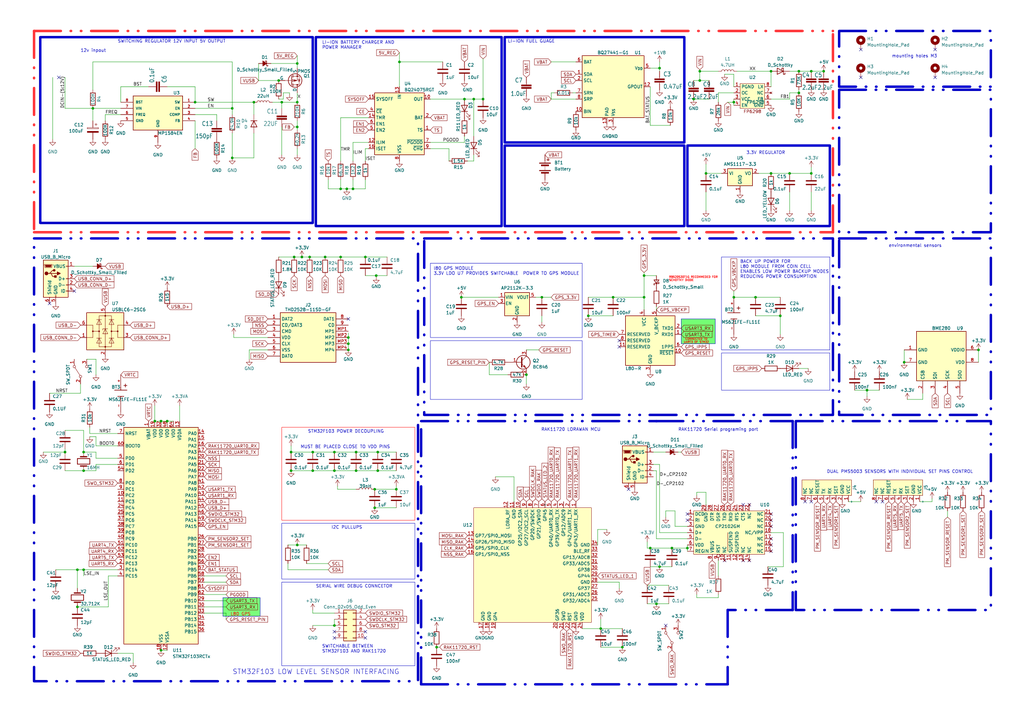
<source format=kicad_sch>
(kicad_sch (version 20230121) (generator eeschema)
  (paper "A3")
  (junction (at 332.74 29.21))
  (junction (at 179.07 265.43))
  (junction (at 300.99 41.91))
  (junction (at 142.875 138.43))
  (junction (at 114.3 33.02))
  (junction (at 153.67 200.66))
  (junction (at 355.6 160.02))
  (junction (at 149.86 105.41))
  (junction (at 120.65 105.41))
  (junction (at 66.04 172.72))
  (junction (at 63.5 172.72))
  (junction (at 123.825 105.41))
  (junction (at 137.16 256.54))
  (junction (at 146.05 193.04))
  (junction (at 309.88 121.92))
  (junction (at 300.99 121.92))
  (junction (at 121.92 26.035))
  (junction (at 198.12 40.64))
  (junction (at 287.02 29.21))
  (junction (at 95.25 64.77))
  (junction (at 31.75 248.92))
  (junction (at 194.31 40.64))
  (junction (at 251.46 121.92))
  (junction (at 66.04 266.7))
  (junction (at 215.9 153.67))
  (junction (at 337.82 29.21))
  (junction (at 119.38 185.42))
  (junction (at 139.7 105.41))
  (junction (at 316.23 71.12))
  (junction (at 320.04 129.54))
  (junction (at 38.1 44.45))
  (junction (at 163.83 25.4))
  (junction (at 270.51 232.41))
  (junction (at 26.67 185.42))
  (junction (at 264.16 121.92))
  (junction (at 154.305 113.03))
  (junction (at 95.25 44.45))
  (junction (at 316.23 29.21))
  (junction (at 332.74 71.12))
  (junction (at 190.5 40.64))
  (junction (at 68.58 172.72))
  (junction (at 241.3 129.54))
  (junction (at 31.75 233.68))
  (junction (at 121.92 52.07))
  (junction (at 154.94 193.04))
  (junction (at 281.94 224.79))
  (junction (at 154.94 185.42))
  (junction (at 133.35 105.41))
  (junction (at 246.38 257.81))
  (junction (at 284.48 40.64))
  (junction (at 80.01 41.91))
  (junction (at 153.67 208.28))
  (junction (at 275.59 224.79))
  (junction (at 34.29 233.68))
  (junction (at 128.27 193.04))
  (junction (at 370.84 148.59))
  (junction (at 266.7 224.79))
  (junction (at 127 105.41))
  (junction (at 162.56 200.66))
  (junction (at 255.27 265.43))
  (junction (at 142.875 143.51))
  (junction (at 115.57 41.91))
  (junction (at 189.23 121.92))
  (junction (at 137.16 193.04))
  (junction (at 289.56 71.12))
  (junction (at 119.38 193.04))
  (junction (at 104.14 41.91))
  (junction (at 270.51 27.94))
  (junction (at 146.05 185.42))
  (junction (at 327.66 29.21))
  (junction (at 128.27 185.42))
  (junction (at 139.7 77.47))
  (junction (at 327.66 38.1))
  (junction (at 34.29 185.42))
  (junction (at 142.875 140.97))
  (junction (at 121.92 41.91))
  (junction (at 142.24 77.47))
  (junction (at 137.16 185.42))
  (junction (at 34.29 193.04))
  (junction (at 222.25 121.92))
  (junction (at 269.24 247.65))
  (junction (at 287.02 33.02))
  (junction (at 121.92 223.52))
  (junction (at 144.78 77.47))
  (junction (at 323.85 71.12))
  (junction (at 264.16 113.03))
  (junction (at 401.32 143.51))
  (no_connect (at 332.74 205.74))
  (no_connect (at 307.34 229.87))
  (no_connect (at 330.2 205.74))
  (no_connect (at 149.86 261.62))
  (no_connect (at 30.48 119.38))
  (no_connect (at 359.41 205.74))
  (no_connect (at 137.16 259.08))
  (no_connect (at 316.23 220.98))
  (no_connect (at 254 142.24))
  (no_connect (at 304.8 229.87))
  (no_connect (at 281.94 210.82))
  (no_connect (at 316.23 223.52))
  (no_connect (at 316.23 210.82))
  (no_connect (at 316.23 215.9))
  (no_connect (at 257.81 200.66))
  (no_connect (at 24.13 31.75))
  (no_connect (at 149.86 259.08))
  (no_connect (at 353.06 20.32))
  (no_connect (at 383.54 20.32))
  (no_connect (at 316.23 226.06))
  (no_connect (at 137.16 261.62))
  (no_connect (at 353.06 31.75))
  (no_connect (at 20.32 124.46))
  (no_connect (at 254 139.7))
  (no_connect (at 273.05 256.54))
  (no_connect (at 297.18 229.87))
  (no_connect (at 142.875 130.81))
  (no_connect (at 304.8 207.01))
  (no_connect (at 361.95 205.74))
  (no_connect (at 307.34 207.01))
  (no_connect (at 316.23 213.36))
  (no_connect (at 281.94 213.36))
  (no_connect (at 383.54 31.75))
  (wire (pts (xy 39.37 190.5) (xy 39.37 193.04)))
  (wire (pts (xy 269.24 193.04) (xy 269.24 220.98)))
  (wire (pts (xy 321.31 232.41) (xy 321.31 218.44)))
  (polyline (pts (xy 298.45 250.19) (xy 298.45 251.46)))
  (wire (pts (xy 34.29 236.22) (xy 34.29 233.68)))
  (wire (pts (xy 266.7 51.435) (xy 274.955 51.435)))
  (wire (pts (xy 184.15 60.96) (xy 184.15 66.04)))
  (wire (pts (xy 63.5 166.37) (xy 63.5 172.72)))
  (wire (pts (xy 254 238.76) (xy 254 241.3)))
  (wire (pts (xy 104.14 54.61) (xy 104.14 64.77)))
  (wire (pts (xy 265.43 240.03) (xy 274.32 240.03)))
  (wire (pts (xy 128.27 256.54) (xy 137.16 256.54)))
  (wire (pts (xy 298.45 41.91) (xy 300.99 41.91)))
  (wire (pts (xy 279.4 185.42) (xy 278.13 185.42)))
  (wire (pts (xy 138.43 199.39) (xy 138.43 200.66)))
  (polyline (pts (xy 172.72 95.25) (xy 341.63 95.25)) (stroke (width 1) (type dash_dot_dot) (color 255 48 52 1)))
  (wire (pts (xy 273.05 212.09) (xy 273.05 209.55)))
  (wire (pts (xy 316.23 40.64) (xy 323.85 40.64)))
  (wire (pts (xy 138.43 200.66) (xy 146.05 200.66)))
  (wire (pts (xy 95.885 137.16) (xy 95.885 138.43)))
  (wire (pts (xy 200.66 153.67) (xy 200.66 148.59)))
  (wire (pts (xy 149.86 73.66) (xy 149.86 77.47)))
  (wire (pts (xy 31.75 233.68) (xy 34.29 233.68)))
  (wire (pts (xy 119.38 185.42) (xy 128.27 185.42)))
  (wire (pts (xy 83.82 243.84) (xy 92.71 243.84)))
  (wire (pts (xy 121.92 41.91) (xy 115.57 41.91)))
  (wire (pts (xy 284.48 40.64) (xy 290.83 40.64)))
  (wire (pts (xy 128.27 193.04) (xy 137.16 193.04)))
  (polyline (pts (xy 13.97 12.7) (xy 13.97 95.25)) (stroke (width 1) (type dash_dot_dot) (color 255 48 52 1)))
  (wire (pts (xy 118.745 38.1) (xy 118.745 38.735)))
  (wire (pts (xy 300.99 41.91) (xy 300.99 43.18)))
  (polyline (pts (xy 13.97 12.7) (xy 341.63 12.7)) (stroke (width 1) (type dash_dot_dot) (color 255 48 52 1)))
  (wire (pts (xy 142.875 138.43) (xy 142.875 140.97)))
  (wire (pts (xy 39.37 182.88) (xy 39.37 179.07)))
  (wire (pts (xy 128.27 251.46) (xy 137.16 251.46)))
  (wire (pts (xy 294.64 245.11) (xy 294.64 243.84)))
  (wire (pts (xy 176.53 40.64) (xy 190.5 40.64)))
  (wire (pts (xy 276.86 215.9) (xy 281.94 215.9)))
  (wire (pts (xy 149.86 60.96) (xy 149.86 66.04)))
  (wire (pts (xy 370.84 143.51) (xy 370.84 148.59)))
  (wire (pts (xy 332.74 29.21) (xy 337.82 29.21)))
  (wire (pts (xy 66.04 266.7) (xy 68.58 266.7)))
  (wire (pts (xy 289.56 207.01) (xy 289.56 201.93)))
  (wire (pts (xy 251.46 121.92) (xy 264.16 121.92)))
  (wire (pts (xy 30.48 109.22) (xy 38.1 109.22)))
  (wire (pts (xy 270.51 27.94) (xy 266.7 27.94)))
  (wire (pts (xy 149.86 113.03) (xy 154.305 113.03)))
  (wire (pts (xy 190.5 58.42) (xy 190.5 55.88)))
  (wire (pts (xy 36.83 177.8) (xy 48.26 177.8)))
  (wire (pts (xy 245.11 217.17) (xy 245.11 223.52)))
  (wire (pts (xy 401.32 143.51) (xy 401.32 148.59)))
  (wire (pts (xy 287.02 28.575) (xy 287.02 29.21)))
  (wire (pts (xy 153.67 208.28) (xy 162.56 208.28)))
  (wire (pts (xy 153.67 200.66) (xy 162.56 200.66)))
  (polyline (pts (xy 172.72 172.72) (xy 269.24 172.72)) (stroke (width 1) (type dash_dot_dot)))
  (wire (pts (xy 246.38 257.81) (xy 246.38 254)))
  (wire (pts (xy 316.23 29.21) (xy 316.23 35.56)))
  (wire (pts (xy 203.2 195.58) (xy 210.82 195.58)))
  (wire (pts (xy 265.43 222.25) (xy 265.43 224.79)))
  (wire (pts (xy 269.24 125.73) (xy 269.24 127)))
  (wire (pts (xy 264.16 113.03) (xy 264.16 121.92)))
  (wire (pts (xy 146.05 193.04) (xy 154.94 193.04)))
  (wire (pts (xy 66.04 172.72) (xy 68.58 172.72)))
  (wire (pts (xy 163.83 25.4) (xy 163.83 35.56)))
  (wire (pts (xy 275.59 224.79) (xy 281.94 224.79)))
  (wire (pts (xy 21.59 31.75) (xy 21.59 57.15)))
  (polyline (pts (xy 13.97 95.25) (xy 172.72 95.25)) (stroke (width 1) (type dash_dot_dot) (color 255 48 52 1)))
  (wire (pts (xy 273.05 209.55) (xy 276.86 209.55)))
  (wire (pts (xy 316.23 71.12) (xy 323.85 71.12)))
  (wire (pts (xy 115.57 41.91) (xy 111.76 41.91)))
  (wire (pts (xy 154.305 113.03) (xy 154.305 113.665)))
  (wire (pts (xy 300.99 30.48) (xy 300.99 35.56)))
  (wire (pts (xy 31.75 241.3) (xy 31.75 233.68)))
  (wire (pts (xy 297.18 30.48) (xy 300.99 30.48)))
  (wire (pts (xy 120.65 52.07) (xy 121.92 52.07)))
  (wire (pts (xy 189.23 121.92) (xy 204.47 121.92)))
  (wire (pts (xy 38.1 25.4) (xy 95.25 25.4)))
  (wire (pts (xy 39.37 193.04) (xy 34.29 193.04)))
  (wire (pts (xy 33.02 157.48) (xy 33.02 161.29)))
  (wire (pts (xy 39.37 185.42) (xy 34.29 185.42)))
  (wire (pts (xy 234.95 38.1) (xy 236.22 38.1)))
  (wire (pts (xy 294.64 229.87) (xy 294.64 236.22)))
  (wire (pts (xy 285.75 201.93) (xy 285.75 203.2)))
  (wire (pts (xy 68.58 172.72) (xy 71.12 172.72)))
  (polyline (pts (xy 325.12 250.19) (xy 298.45 250.19)) (stroke (width 1) (type dash_dot_dot)))
  (wire (pts (xy 151.13 58.42) (xy 144.78 58.42)))
  (wire (pts (xy 144.78 73.66) (xy 144.78 77.47)))
  (wire (pts (xy 226.06 25.4) (xy 236.22 25.4)))
  (wire (pts (xy 127 105.41) (xy 133.35 105.41)))
  (wire (pts (xy 119.38 182.88) (xy 119.38 185.42)))
  (wire (pts (xy 265.43 224.79) (xy 266.7 224.79)))
  (wire (pts (xy 34.29 176.53) (xy 34.29 185.42)))
  (wire (pts (xy 149.86 77.47) (xy 144.78 77.47)))
  (wire (pts (xy 133.35 105.41) (xy 139.7 105.41)))
  (wire (pts (xy 35.56 147.32) (xy 39.37 147.32)))
  (polyline (pts (xy 172.72 280.67) (xy 298.45 280.67)) (stroke (width 1) (type dash_dot_dot)))
  (wire (pts (xy 39.37 187.96) (xy 39.37 185.42)))
  (wire (pts (xy 95.25 44.45) (xy 80.01 44.45)))
  (wire (pts (xy 48.26 182.88) (xy 39.37 182.88)))
  (wire (pts (xy 43.18 46.99) (xy 49.53 46.99)))
  (wire (pts (xy 88.9 46.99) (xy 80.01 46.99)))
  (wire (pts (xy 284.48 33.02) (xy 287.02 33.02)))
  (wire (pts (xy 146.05 185.42) (xy 154.94 185.42)))
  (wire (pts (xy 269.24 220.98) (xy 281.94 220.98)))
  (wire (pts (xy 264.16 121.92) (xy 264.16 127)))
  (wire (pts (xy 314.96 232.41) (xy 321.31 232.41)))
  (wire (pts (xy 236.22 40.64) (xy 226.06 40.64)))
  (wire (pts (xy 83.82 236.22) (xy 92.71 236.22)))
  (wire (pts (xy 294.64 41.91) (xy 294.64 38.1)))
  (wire (pts (xy 281.94 223.52) (xy 281.94 224.79)))
  (wire (pts (xy 17.78 185.42) (xy 26.67 185.42)))
  (wire (pts (xy 311.15 71.12) (xy 316.23 71.12)))
  (wire (pts (xy 36.83 175.26) (xy 36.83 177.8)))
  (wire (pts (xy 316.23 218.44) (xy 321.31 218.44)))
  (wire (pts (xy 270.51 29.21) (xy 270.51 27.94)))
  (wire (pts (xy 222.25 121.92) (xy 219.71 121.92)))
  (wire (pts (xy 151.13 60.96) (xy 149.86 60.96)))
  (wire (pts (xy 327.66 151.13) (xy 331.47 151.13)))
  (wire (pts (xy 270.51 218.44) (xy 270.51 190.5)))
  (polyline (pts (xy 341.63 95.25) (xy 341.63 12.7)) (stroke (width 1) (type dash_dot_dot) (color 255 48 52 1)))
  (wire (pts (xy 134.62 77.47) (xy 139.7 77.47)))
  (wire (pts (xy 222.25 129.54) (xy 222.25 132.08)))
  (wire (pts (xy 198.12 24.13) (xy 198.12 40.64)))
  (wire (pts (xy 327.66 36.83) (xy 327.66 38.1)))
  (wire (pts (xy 355.6 160.02) (xy 350.52 160.02)))
  (wire (pts (xy 44.45 236.22) (xy 44.45 248.92)))
  (wire (pts (xy 327.66 29.21) (xy 332.74 29.21)))
  (wire (pts (xy 115.57 44.45) (xy 115.57 41.91)))
  (wire (pts (xy 95.25 46.99) (xy 95.25 44.45)))
  (wire (pts (xy 92.71 246.38) (xy 83.82 246.38)))
  (wire (pts (xy 106.045 26.035) (xy 106.045 33.02)))
  (wire (pts (xy 26.67 193.04) (xy 34.29 193.04)))
  (wire (pts (xy 48.26 267.97) (xy 54.61 267.97)))
  (wire (pts (xy 302.26 29.21) (xy 316.23 29.21)))
  (wire (pts (xy 137.16 254) (xy 137.16 256.54)))
  (wire (pts (xy 323.85 71.12) (xy 332.74 71.12)))
  (wire (pts (xy 49.53 44.45) (xy 38.1 44.45)))
  (wire (pts (xy 92.71 248.92) (xy 83.82 248.92)))
  (wire (pts (xy 111.125 26.035) (xy 121.92 26.035)))
  (wire (pts (xy 194.31 40.64) (xy 194.31 55.88)))
  (wire (pts (xy 269.24 247.65) (xy 274.32 247.65)))
  (wire (pts (xy 163.83 21.59) (xy 163.83 25.4)))
  (wire (pts (xy 285.75 245.11) (xy 294.64 245.11)))
  (wire (pts (xy 120.65 105.41) (xy 123.825 105.41)))
  (wire (pts (xy 355.6 162.56) (xy 355.6 160.02)))
  (wire (pts (xy 289.56 86.36) (xy 289.56 78.74)))
  (wire (pts (xy 26.67 44.45) (xy 38.1 44.45)))
  (wire (pts (xy 48.26 187.96) (xy 39.37 187.96)))
  (wire (pts (xy 80.01 41.91) (xy 80.01 35.56)))
  (wire (pts (xy 208.28 153.67) (xy 200.66 153.67)))
  (wire (pts (xy 109.855 143.51) (xy 102.235 143.51)))
  (polyline (pts (xy 172.72 95.25) (xy 172.72 95.25)) (stroke (width 1) (type dash_dot_dot) (color 255 48 52 1)))
  (wire (pts (xy 118.11 223.52) (xy 121.92 223.52)))
  (wire (pts (xy 194.31 66.04) (xy 194.31 63.5)))
  (wire (pts (xy 388.62 212.09) (xy 388.62 209.55)))
  (wire (pts (xy 294.64 29.21) (xy 287.02 29.21)))
  (wire (pts (xy 121.92 49.53) (xy 121.92 52.07)))
  (wire (pts (xy 270.51 232.41) (xy 275.59 232.41)))
  (wire (pts (xy 154.94 193.04) (xy 162.56 193.04)))
  (wire (pts (xy 281.94 218.44) (xy 270.51 218.44)))
  (wire (pts (xy 276.86 209.55) (xy 276.86 215.9)))
  (wire (pts (xy 34.29 233.68) (xy 48.26 233.68)))
  (wire (pts (xy 88.9 49.53) (xy 88.9 46.99)))
  (wire (pts (xy 154.94 185.42) (xy 162.56 185.42)))
  (wire (pts (xy 114.3 40.64) (xy 116.205 40.64)))
  (wire (pts (xy 121.92 223.52) (xy 125.73 223.52)))
  (wire (pts (xy 162.56 199.39) (xy 162.56 200.66)))
  (wire (pts (xy 60.96 35.56) (xy 49.53 35.56)))
  (wire (pts (xy 134.62 233.68) (xy 118.11 233.68)))
  (wire (pts (xy 378.46 163.83) (xy 378.46 161.29)))
  (wire (pts (xy 180.34 265.43) (xy 179.07 265.43)))
  (wire (pts (xy 128.27 185.42) (xy 137.16 185.42)))
  (wire (pts (xy 226.06 40.64) (xy 226.06 38.1)))
  (wire (pts (xy 115.57 52.07) (xy 115.57 63.5)))
  (wire (pts (xy 241.3 129.54) (xy 251.46 129.54)))
  (wire (pts (xy 116.205 38.1) (xy 118.745 38.1)))
  (wire (pts (xy 372.11 163.83) (xy 378.46 163.83)))
  (wire (pts (xy 95.25 54.61) (xy 95.25 64.77)))
  (wire (pts (xy 289.56 67.31) (xy 289.56 71.12)))
  (wire (pts (xy 44.45 236.22) (xy 48.26 236.22)))
  (wire (pts (xy 210.82 195.58) (xy 210.82 205.74)))
  (wire (pts (xy 248.92 217.17) (xy 245.11 217.17)))
  (wire (pts (xy 134.62 73.66) (xy 134.62 77.47)))
  (wire (pts (xy 285.75 243.84) (xy 285.75 245.11)))
  (wire (pts (xy 191.77 66.04) (xy 194.31 66.04)))
  (wire (pts (xy 26.67 31.75) (xy 26.67 44.45)))
  (wire (pts (xy 123.825 105.41) (xy 127 105.41)))
  (wire (pts (xy 245.11 238.76) (xy 254 238.76)))
  (wire (pts (xy 377.19 205.74) (xy 382.27 205.74)))
  (wire (pts (xy 95.885 138.43) (xy 109.855 138.43)))
  (wire (pts (xy 73.66 166.37) (xy 73.66 172.72)))
  (wire (pts (xy 22.86 233.68) (xy 31.75 233.68)))
  (wire (pts (xy 281.94 224.79) (xy 281.94 226.06)))
  (wire (pts (xy 154.305 113.03) (xy 158.75 113.03)))
  (wire (pts (xy 95.25 25.4) (xy 95.25 44.45)))
  (wire (pts (xy 116.205 40.64) (xy 116.205 38.1)))
  (wire (pts (xy 106.045 33.02) (xy 114.3 33.02)))
  (polyline (pts (xy 325.12 172.72) (xy 325.12 250.19)) (stroke (width 1) (type dash_dot_dot)))
  (wire (pts (xy 264.16 113.03) (xy 269.24 113.03)))
  (wire (pts (xy 142.875 140.97) (xy 142.875 143.51)))
  (wire (pts (xy 289.56 201.93) (xy 285.75 201.93)))
  (wire (pts (xy 332.74 68.58) (xy 332.74 71.12)))
  (wire (pts (xy 265.43 247.65) (xy 269.24 247.65)))
  (wire (pts (xy 121.92 60.96) (xy 121.92 63.5)))
  (wire (pts (xy 31.75 248.92) (xy 44.45 248.92)))
  (wire (pts (xy 104.14 64.77) (xy 95.25 64.77)))
  (wire (pts (xy 238.76 257.81) (xy 246.38 257.81)))
  (wire (pts (xy 26.67 184.15) (xy 26.67 185.42)))
  (wire (pts (xy 139.7 105.41) (xy 149.86 105.41)))
  (polyline (pts (xy 172.72 280.67) (xy 172.72 172.72)) (stroke (width 1) (type dash_dot_dot)))
  (wire (pts (xy 48.26 190.5) (xy 39.37 190.5)))
  (wire (pts (xy 309.88 129.54) (xy 320.04 129.54)))
  (wire (pts (xy 309.88 121.92) (xy 320.04 121.92)))
  (wire (pts (xy 20.32 161.29) (xy 33.02 161.29)))
  (wire (pts (xy 270.51 190.5) (xy 267.97 190.5)))
  (wire (pts (xy 226.06 121.92) (xy 222.25 121.92)))
  (wire (pts (xy 121.92 26.035) (xy 121.92 27.94)))
  (wire (pts (xy 137.16 193.04) (xy 146.05 193.04)))
  (wire (pts (xy 144.78 58.42) (xy 144.78 66.04)))
  (wire (pts (xy 264.16 111.76) (xy 264.16 113.03)))
  (wire (pts (xy 266.7 232.41) (xy 270.51 232.41)))
  (wire (pts (xy 266.7 224.79) (xy 275.59 224.79)))
  (wire (pts (xy 139.7 73.66) (xy 139.7 77.47)))
  (polyline (pts (xy 269.24 172.72) (xy 325.12 172.72)) (stroke (width 1) (type dash_dot_dot)))
  (wire (pts (xy 300.99 121.92) (xy 309.88 121.92)))
  (wire (pts (xy 137.16 185.42) (xy 146.05 185.42)))
  (wire (pts (xy 246.38 265.43) (xy 255.27 265.43)))
  (wire (pts (xy 289.56 71.12) (xy 295.91 71.12)))
  (wire (pts (xy 39.37 147.32) (xy 39.37 153.67)))
  (wire (pts (xy 121.92 52.07) (xy 121.92 53.34)))
  (wire (pts (xy -74.93 265.43) (xy -72.39 265.43)))
  (wire (pts (xy 104.14 46.99) (xy 104.14 41.91)))
  (wire (pts (xy 215.9 153.67) (xy 215.9 157.48)))
  (wire (pts (xy 149.86 105.41) (xy 158.75 105.41)))
  (wire (pts (xy 323.85 29.21) (xy 327.66 29.21)))
  (wire (pts (xy 323.85 38.1) (xy 327.66 38.1)))
  (wire (pts (xy 43.18 49.53) (xy 43.18 46.99)))
  (wire (pts (xy 294.64 38.1) (xy 300.99 38.1)))
  (wire (pts (xy 80.01 49.53) (xy 80.01 60.96)))
  (wire (pts (xy 49.53 35.56) (xy 49.53 41.91)))
  (wire (pts (xy 83.82 251.46) (xy 92.71 251.46)))
  (wire (pts (xy 287.02 33.02) (xy 290.83 33.02)))
  (wire (pts (xy 382.27 205.74) (xy 382.27 204.47)))
  (wire (pts (xy 121.92 38.1) (xy 121.92 41.91)))
  (wire (pts (xy 104.14 41.91) (xy 80.01 41.91)))
  (wire (pts (xy 114.3 105.41) (xy 120.65 105.41)))
  (wire (pts (xy 38.1 36.83) (xy 38.1 25.4)))
  (wire (pts (xy 226.06 38.1) (xy 227.33 38.1)))
  (wire (pts (xy 300.99 119.38) (xy 300.99 121.92)))
  (wire (pts (xy 194.31 40.64) (xy 198.12 40.64)))
  (wire (pts (xy 80.01 35.56) (xy 68.58 35.56)))
  (wire (pts (xy 92.71 251.46) (xy 92.71 254)))
  (wire (pts (xy 142.875 136.525) (xy 142.875 138.43)))
  (wire (pts (xy 121.92 22.86) (xy 121.92 26.035)))
  (wire (pts (xy 83.82 238.76) (xy 92.71 238.76)))
  (wire (pts (xy 119.38 193.04) (xy 128.27 193.04)))
  (wire (pts (xy 54.61 267.97) (xy 54.61 271.78)))
  (wire (pts (xy 139.7 77.47) (xy 142.24 77.47)))
  (wire (pts (xy 102.235 143.51) (xy 102.235 147.32)))
  (wire (pts (xy 266.7 35.56) (xy 266.7 51.435)))
  (wire (pts (xy 125.73 231.14) (xy 134.62 231.14)))
  (wire (pts (xy 39.37 179.07) (xy 36.83 179.07)))
  (wire (pts (xy 128.27 250.19) (xy 128.27 251.46)))
  (wire (pts (xy 267.97 193.04) (xy 269.24 193.04)))
  (wire (pts (xy 241.3 121.92) (xy 251.46 121.92)))
  (wire (pts (xy 38.1 44.45) (xy 38.1 49.53)))
  (wire (pts (xy 267.97 185.42) (xy 273.05 185.42)))
  (wire (pts (xy 142.24 77.47) (xy 144.78 77.47)))
  (wire (pts (xy 270.51 25.4) (xy 270.51 27.94)))
  (wire (pts (xy 323.85 86.36) (xy 323.85 78.74)))
  (wire (pts (xy 246.38 257.81) (xy 255.27 257.81)))
  (wire (pts (xy 347.98 205.74) (xy 353.06 205.74)))
  (wire (pts (xy 190.5 40.64) (xy 194.31 40.64)))
  (wire (pts (xy 151.13 48.26) (xy 139.7 48.26)))
  (wire (pts (xy 323.85 40.64) (xy 323.85 38.1)))
  (wire (pts (xy 215.9 143.51) (xy 220.98 143.51)))
  (wire (pts (xy 118.11 233.68) (xy 118.11 231.14)))
  (wire (pts (xy 320.04 129.54) (xy 320.04 137.16)))
  (wire (pts (xy 163.83 25.4) (xy 181.61 25.4)))
  (wire (pts (xy 26.67 176.53) (xy 34.29 176.53)))
  (wire (pts (xy 63.5 172.72) (xy 66.04 172.72)))
  (wire (pts (xy 300.99 40.64) (xy 300.99 41.91)))
  (polyline (pts (xy 298.45 250.19) (xy 298.45 280.67)) (stroke (width 1) (type dash_dot_dot)))
  (wire (pts (xy 176.53 58.42) (xy 190.5 58.42)))
  (wire (pts (xy 176.53 60.96) (xy 184.15 60.96)))
  (wire (pts (xy 139.7 48.26) (xy 139.7 66.04)))
  (wire (pts (xy 355.6 160.02) (xy 360.68 160.02)))
  (wire (pts (xy 332.74 86.36) (xy 332.74 78.74)))
  (wire (pts (xy 287.02 29.21) (xy 287.02 33.02)))
  (rectangle (start 279.4 130.81) (end 293.37 140.97) (fill (type color) (color 0 255 0 0.55)))
  (rectangle (start 344.17 36.83) (end 406.4 95.25) (stroke (width 1) (type dash_dot_dot)))
  (rectangle (start 295.91 105.41) (end 340.36 143.51))
  (rectangle (start 344.17 12.7) (end 406.4 35.56) (stroke (width 1) (type dash_dot_dot)))
  (rectangle (start 129.54 15.24) (end 205.74 92.71) (stroke (width 1)))
  (rectangle (start 295.91 144.78) (end 340.36 160.02))
  (rectangle (start 176.53 139.7) (end 238.76 163.83))
  (rectangle (start 344.17 97.79) (end 406.4 170.18) (stroke (width 1) (type dash_dot_dot)))
  (rectangle (start 91.44 245.11) (end 106.68 252.73) (fill (type color) (color 0 255 0 0.52)))
  (rectangle (start 115.57 214.63) (end 170.18 237.49))
  (rectangle (start 173.99 97.79) (end 341.63 170.18) (stroke (width 1) (type dash_dot_dot)))
  (rectangle (start 207.01 59.69) (end 280.67 92.71) (stroke (width 1)))
  (rectangle (start 176.53 107.95) (end 238.76 138.43))
  (rectangle (start 13.97 97.79) (end 171.45 279.4) (stroke (width 1) (type dash_dot_dot)))
  (rectangle (start 207.01 15.24) (end 280.67 58.42) (stroke (width 1)))
  (rectangle (start 326.39 172.72) (end 406.4 250.19) (stroke (width 1) (type dash_dot_dot)))
  (rectangle (start 115.57 238.76) (end 170.18 273.05))
  (rectangle (start 281.94 59.69) (end 340.36 92.71) (stroke (width 1)))
  (rectangle (start 115.57 175.26) (end 170.18 213.36) (stroke (width 0) (color 255 0 0 1)))
  (rectangle (start 16.51 15.24) (end 128.27 91.44) (stroke (width 1)))
  (text "SWITCHABLE BETWEEN\nSTM32F103 AND RAK11720" (at 132.08 267.97 0) (effects (font (size 1.27 1.27)) (justify left bottom)))
  (text "LI-ION BATTERY CHARGER AND \nPOWER MANAGER\n" (at 132.08 20.32 0) (effects (font (size 1.27 1.27)) (justify left bottom)))
  (text "BACK UP POWER FOR \nL80 MODULE FROM COIN CELL\nENABLES LOW POWER BACKUP MODES\nREDUCING POWER CONSUMPTION\n" (at 303.53 114.3 0) (effects (font (size 1.27 1.27)) (justify left bottom)))
  (text "STM32F103 LOW LEVEL SENSOR INTERFACING\n" (at 163.83 276.86 0) (effects (font (size 2 2)) (justify right bottom)))
  (text "mounting holes M3 \n\n\n" (at 365.76 27.94 0) (effects (font (size 1.27 1.27)) (justify left bottom)))
  (text "RB520S30T1G RECOMMEDED FOR \nSCHOTTKY DIODE" (at 274.32 115.57 0) (effects (font (size 0.8 0.8)) (justify left bottom)))
  (text "SERIAL WIRE DEBUG CONNCETOR\n" (at 129.54 241.3 0) (effects (font (size 1.27 1.27)) (justify left bottom)))
  (text "CONNECTED TO \nUART3 OF STM32" (at 290.83 140.97 0) (effects (font (size 0.8 0.8)) (justify right bottom)))
  (text "l80 GPS MODULE\n3.3V LDO U7 PROVIDES SWITCHABLE  POWER TO GPS MODULE\n" (at 177.8 113.03 0) (effects (font (size 1.27 1.27)) (justify left bottom)))
  (text "RAK11720 LORAWAN MCU\n\n" (at 246.38 179.07 0) (effects (font (size 1.27 1.27)) (justify right bottom)))
  (text "LI-ION FUEL GUAGE\n" (at 208.28 17.78 0) (effects (font (size 1.27 1.27)) (justify left bottom)))
  (text "POWER AND BATTERY CHARGING\n\n" (at 273.05 -19.05 0) (effects (font (size 2 2)) (justify right bottom)))
  (text "12v inpout\n" (at 33.02 21.59 0) (effects (font (size 1.27 1.27)) (justify left bottom)))
  (text "3.3V REGULATOR\n" (at 306.07 63.5 0) (effects (font (size 1.27 1.27)) (justify left bottom)))
  (text "I2C PULLUPS\n" (at 135.89 217.17 0) (effects (font (size 1.27 1.27)) (justify left bottom)))
  (text "DUAL PMS5003 SENSORS WITH INDIVIDUAL SET PINS CONTROL\n" (at 339.09 194.31 0) (effects (font (size 1.27 1.27)) (justify left bottom)))
  (text "MUST BE PLACED CLOSE TO VDD PINS\n" (at 160.02 184.15 0) (effects (font (size 1.27 1.27)) (justify right bottom)))
  (text "SWITCHING REGULATOR 12V INPUT 5V OUTPUT" (at 48.26 17.78 0) (effects (font (size 1.27 1.27)) (justify left bottom)))
  (text "L80 GPS\n" (at 102.87 252.73 0) (effects (font (size 1.27 1.27)) (justify right bottom)))
  (text "STM32F103 POWER DECOUPLING\n" (at 157.48 177.8 0) (effects (font (size 1.27 1.27)) (justify right bottom)))
  (text "RAK11720 Serial programing port\n\n" (at 278.13 179.07 0) (effects (font (size 1.27 1.27)) (justify left bottom)))
  (text "environmental sensors" (at 364.49 101.6 0) (effects (font (size 1.27 1.27)) (justify left bottom)))
  (label "LSE_IN" (at 34.29 236.22 0))
  (label "EN" (at 85.09 44.45 0))
  (label "PGOOD" (at 181.61 58.42 0))
  (label "ILIM" (at 144.78 63.5 0))
  (label "DCIN-(5:12V)" (at 26.67 44.45 90))
  (label "NRST" (at 40.64 177.8 0))
  (label "NRST" (at 22.86 161.29 0))
  (label "XX" (at 307.34 29.21 0))
  (label "TMR" (at 139.7 62.23 0))
  (label "X" (at 121.92 40.64 0))
  (label "FB1" (at 320.04 40.64 0))
  (label "BOOT0" (at 40.64 182.88 0))
  (label "SW" (at 85.09 41.91 0))
  (label "BAT_STATUS" (at 266.7 39.37 270))
  (label "LSE_OUT" (at 44.45 246.38 90))
  (label "ISET" (at 149.86 66.04 0))
  (label "BST" (at 54.61 35.56 0))
  (label "FREQ" (at 43.18 46.99 0))
  (label "D+_CP2102" (at 270.51 195.58 0))
  (label "D-_CP2102" (at 269.24 199.39 0))
  (global_label "SWDIO_STM32" (shape input) (at 149.86 251.46 0) (property "Intersheetrefs" "${INTERSHEET_REFS}" (effects hide)))
  (global_label "VUSB" (shape input) (at 265.43 240.03 90) (property "Intersheetrefs" "${INTERSHEET_REFS}" (effects hide)))
  (global_label "GPS_3.3V" (shape input) (at 226.06 121.92 0) (property "Intersheetrefs" "${INTERSHEET_REFS}" (effects hide)))
  (global_label "GPS_EN" (shape input) (at 83.82 215.9 0) (property "Intersheetrefs" "${INTERSHEET_REFS}" (effects hide)))
  (global_label "FB" (shape input) (at 80.01 60.96 270) (property "Intersheetrefs" "${INTERSHEET_REFS}" (effects hide)))
  (global_label "UART4_TX" (shape input) (at 340.36 205.74 270) (property "Intersheetrefs" "${INTERSHEET_REFS}" (effects hide)))
  (global_label "USB_D-" (shape input) (at 33.02 133.35 180) (property "Intersheetrefs" "${INTERSHEET_REFS}" (effects hide)))
  (global_label "VBAT" (shape input) (at 226.06 40.64 180) (property "Intersheetrefs" "${INTERSHEET_REFS}" (effects hide)))
  (global_label "EN2" (shape input) (at 83.82 228.6 0) (property "Intersheetrefs" "${INTERSHEET_REFS}" (effects hide)))
  (global_label "GPS_IPPS" (shape input) (at 279.4 142.24 0) (property "Intersheetrefs" "${INTERSHEET_REFS}" (effects hide)))
  (global_label "USART3_RX" (shape input) (at 92.71 248.92 0) (property "Intersheetrefs" "${INTERSHEET_REFS}" (effects hide)))
  (global_label "USART1_TX" (shape input) (at 83.82 200.66 0) (property "Intersheetrefs" "${INTERSHEET_REFS}" (effects hide)))
  (global_label "VRTC" (shape input) (at 49.53 153.67 0) (property "Intersheetrefs" "${INTERSHEET_REFS}" (effects hide)))
  (global_label "SCK" (shape input) (at 109.855 140.97 180) (property "Intersheetrefs" "${INTERSHEET_REFS}" (effects hide)))
  (global_label "USB_D+" (shape input) (at 83.82 208.28 0) (property "Intersheetrefs" "${INTERSHEET_REFS}" (effects hide)))
  (global_label "MOSI_RAK" (shape input) (at 191.77 219.71 180) (property "Intersheetrefs" "${INTERSHEET_REFS}" (effects hide)))
  (global_label "GPS_VBCKP" (shape input) (at 300.99 119.38 90) (property "Intersheetrefs" "${INTERSHEET_REFS}" (effects hide)))
  (global_label "SWDCLK_STM32" (shape input) (at 83.82 213.36 0) (property "Intersheetrefs" "${INTERSHEET_REFS}" (effects hide)))
  (global_label "VUSB" (shape input) (at 43.18 125.73 90) (property "Intersheetrefs" "${INTERSHEET_REFS}" (effects hide)))
  (global_label "MOSI" (shape input) (at 109.855 135.89 180) (property "Intersheetrefs" "${INTERSHEET_REFS}" (effects hide)))
  (global_label "RAK11720_UART0_TX" (shape input) (at 299.72 207.01 90) (property "Intersheetrefs" "${INTERSHEET_REFS}" (effects hide)))
  (global_label "5V_REG" (shape input) (at 163.83 21.59 180) (property "Intersheetrefs" "${INTERSHEET_REFS}" (effects hide)))
  (global_label "BAT_STATUS" (shape input) (at 83.82 233.68 0) (property "Intersheetrefs" "${INTERSHEET_REFS}" (effects hide)))
  (global_label "GPS_IPPS" (shape input) (at 312.42 151.13 180) (property "Intersheetrefs" "${INTERSHEET_REFS}" (effects hide)))
  (global_label "VRTC" (shape input) (at 60.96 172.72 90) (property "Intersheetrefs" "${INTERSHEET_REFS}" (effects hide)))
  (global_label "UART5_RX" (shape input) (at 48.26 231.14 180) (property "Intersheetrefs" "${INTERSHEET_REFS}" (effects hide)))
  (global_label "PM_SENSOR_RESET" (shape input) (at 335.28 205.74 270) (property "Intersheetrefs" "${INTERSHEET_REFS}" (effects hide)))
  (global_label "MISO" (shape input) (at 139.7 113.03 270) (property "Intersheetrefs" "${INTERSHEET_REFS}" (effects hide)))
  (global_label "RAK11720_UART1_RX" (shape input) (at 236.22 205.74 90) (property "Intersheetrefs" "${INTERSHEET_REFS}" (effects hide)))
  (global_label "SWDIO_RAK" (shape input) (at 220.98 205.74 90) (property "Intersheetrefs" "${INTERSHEET_REFS}" (effects hide)))
  (global_label "USB_CONN_D-" (shape input) (at 30.48 116.84 0) (property "Intersheetrefs" "${INTERSHEET_REFS}" (effects hide)))
  (global_label "RAK11720_UART0_RX" (shape input) (at 297.18 207.01 90) (property "Intersheetrefs" "${INTERSHEET_REFS}" (effects hide)))
  (global_label "FB" (shape input) (at 120.65 52.07 180) (property "Intersheetrefs" "${INTERSHEET_REFS}" (effects hide)))
  (global_label "USB_CONN_D+" (shape input) (at 30.48 114.3 0) (property "Intersheetrefs" "${INTERSHEET_REFS}" (effects hide)))
  (global_label "USB_CONN_D-" (shape input) (at 33.02 138.43 180) (property "Intersheetrefs" "${INTERSHEET_REFS}" (effects hide)))
  (global_label "SCL" (shape input) (at 388.62 161.29 270) (property "Intersheetrefs" "${INTERSHEET_REFS}" (effects hide)))
  (global_label "RAK11720_RST" (shape input) (at 233.68 257.81 270) (property "Intersheetrefs" "${INTERSHEET_REFS}" (effects hide)))
  (global_label "SDA" (shape input) (at 236.22 30.48 180) (property "Intersheetrefs" "${INTERSHEET_REFS}" (effects hide)))
  (global_label "GPS_VBCKP" (shape input) (at 269.24 127 0) (property "Intersheetrefs" "${INTERSHEET_REFS}" (effects hide)))
  (global_label "SWO_RAK" (shape input) (at 231.14 257.81 270) (property "Intersheetrefs" "${INTERSHEET_REFS}" (effects hide)))
  (global_label "VBAT" (shape input) (at 223.52 63.5 0) (property "Intersheetrefs" "${INTERSHEET_REFS}" (effects hide)))
  (global_label "USART3_RX" (shape input) (at 279.4 134.62 0) (property "Intersheetrefs" "${INTERSHEET_REFS}" (effects hide)))
  (global_label "SCK" (shape input) (at 83.82 190.5 0) (property "Intersheetrefs" "${INTERSHEET_REFS}" (effects hide)))
  (global_label "MISO" (shape input) (at 109.855 146.05 180) (property "Intersheetrefs" "${INTERSHEET_REFS}" (effects hide)))
  (global_label "SWDIO_STM32" (shape input) (at 33.02 267.97 180) (property "Intersheetrefs" "${INTERSHEET_REFS}" (effects hide)))
  (global_label "NSS_RAK" (shape input) (at 191.77 227.33 180) (property "Intersheetrefs" "${INTERSHEET_REFS}" (effects hide)))
  (global_label "VIN" (shape input) (at 287.02 28.575 90) (property "Intersheetrefs" "${INTERSHEET_REFS}" (effects hide)))
  (global_label "USART3_TX" (shape input) (at 279.4 137.16 0) (property "Intersheetrefs" "${INTERSHEET_REFS}" (effects hide)))
  (global_label "VBAT" (shape input) (at 215.9 31.75 90) (property "Intersheetrefs" "${INTERSHEET_REFS}" (effects hide)))
  (global_label "SDA" (shape input) (at 134.62 233.68 0) (property "Intersheetrefs" "${INTERSHEET_REFS}" (effects hide)))
  (global_label "SDA" (shape input) (at 92.71 238.76 0) (property "Intersheetrefs" "${INTERSHEET_REFS}" (effects hide)))
  (global_label "USB_D-" (shape input) (at 83.82 205.74 0) (property "Intersheetrefs" "${INTERSHEET_REFS}" (effects hide)))
  (global_label "PM_SENSOR1_SET" (shape input) (at 83.82 223.52 0) (property "Intersheetrefs" "${INTERSHEET_REFS}" (effects hide)))
  (global_label "USB_CONN_D+" (shape input) (at 53.34 138.43 0) (property "Intersheetrefs" "${INTERSHEET_REFS}" (effects hide)))
  (global_label "NSS" (shape input) (at 109.855 133.35 180) (property "Intersheetrefs" "${INTERSHEET_REFS}" (effects hide)))
  (global_label "PM_SENSOR_RESET" (shape input) (at 388.62 212.09 270) (property "Intersheetrefs" "${INTERSHEET_REFS}" (effects hide)))
  (global_label "SCL" (shape input) (at 92.71 236.22 0) (property "Intersheetrefs" "${INTERSHEET_REFS}" (effects hide)))
  (global_label "RAK11720_UART1_TX" (shape input) (at 233.68 205.74 90) (property "Intersheetrefs" "${INTERSHEET_REFS}" (effects hide)))
  (global_label "MISO_RAK" (shape input) (at 191.77 222.25 180) (property "Intersheetrefs" "${INTERSHEET_REFS}" (effects hide)))
  (global_label "PM_SENSOR2_SET" (shape input) (at 402.59 209.55 270) (property "Intersheetrefs" "${INTERSHEET_REFS}" (effects hide)))
  (global_label "SYSOFF" (shape input) (at 83.82 241.3 0) (property "Intersheetrefs" "${INTERSHEET_REFS}" (effects hide)))
  (global_label "UART4_RX" (shape input) (at 48.26 226.06 180) (property "Intersheetrefs" "${INTERSHEET_REFS}" (effects hide)))
  (global_label "MOSI" (shape input) (at 133.35 113.03 270) (property "Intersheetrefs" "${INTERSHEET_REFS}" (effects hide)))
  (global_label "USB_D+" (shape input) (at 53.34 133.35 0) (property "Intersheetrefs" "${INTERSHEET_REFS}" (effects hide)))
  (global_label "PGOOD" (shape input) (at 92.71 243.84 0) (property "Intersheetrefs" "${INTERSHEET_REFS}" (effects hide)))
  (global_label "GPS_TIMER" (shape input) (at 254 137.16 180) (property "Intersheetrefs" "${INTERSHEET_REFS}" (effects hide)))
  (global_label "UART5_TX" (shape input) (at 48.26 228.6 180) (property "Intersheetrefs" "${INTERSHEET_REFS}" (effects hide)))
  (global_label "UART4_TX" (shape input) (at 48.26 223.52 180) (property "Intersheetrefs" "${INTERSHEET_REFS}" (effects hide)))
  (global_label "RAK11720_UART0_TX" (shape input) (at 83.82 185.42 0) (property "Intersheetrefs" "${INTERSHEET_REFS}" (effects hide)))
  (global_label "SD_DET" (shape input) (at 109.855 130.81 180) (property "Intersheetrefs" "${INTERSHEET_REFS}" (effects hide)))
  (global_label "SCK" (shape input) (at 120.65 113.03 270) (property "Intersheetrefs" "${INTERSHEET_REFS}" (effects hide)))
  (global_label "UART5_RX" (shape input) (at 367.03 205.74 270) (property "Intersheetrefs" "${INTERSHEET_REFS}" (effects hide)))
  (global_label "SCL" (shape input) (at 134.62 231.14 0) (property "Intersheetrefs" "${INTERSHEET_REFS}" (effects hide)))
  (global_label "VIN" (shape input) (at 298.45 41.91 270) (property "Intersheetrefs" "${INTERSHEET_REFS}" (effects hide)))
  (global_label "SWDCLK_STM32" (shape input) (at 149.86 254 0) (property "Intersheetrefs" "${INTERSHEET_REFS}" (effects hide)))
  (global_label "RAK11720_RST" (shape input) (at 180.34 265.43 0) (property "Intersheetrefs" "${INTERSHEET_REFS}" (effects hide)))
  (global_label "RAK11720_UART0_RX" (shape input) (at 83.82 182.88 0) (property "Intersheetrefs" "${INTERSHEET_REFS}" (effects hide)))
  (global_label "GPS_3.3V" (shape input) (at 264.16 111.76 90) (property "Intersheetrefs" "${INTERSHEET_REFS}" (effects hide)))
  (global_label "RAK11720_UART0_RX" (shape input) (at 226.06 205.74 90) (property "Intersheetrefs" "${INTERSHEET_REFS}" (effects hide)))
  (global_label "VUSB" (shape input) (at 43.18 109.22 0) (property "Intersheetrefs" "${INTERSHEET_REFS}" (effects hide)))
  (global_label "TS" (shape input) (at 176.53 53.34 0) (property "Intersheetrefs" "${INTERSHEET_REFS}" (effects hide)))
  (global_label "UART4_RX" (shape input) (at 337.82 205.74 270) (property "Intersheetrefs" "${INTERSHEET_REFS}" (effects hide)))
  (global_label "MOSI" (shape input) (at 83.82 195.58 0) (property "Intersheetrefs" "${INTERSHEET_REFS}" (effects hide)))
  (global_label "SWO_STM32" (shape input) (at 149.86 256.54 0) (property "Intersheetrefs" "${INTERSHEET_REFS}" (effects hide)))
  (global_label "UART5_TX" (shape input) (at 369.57 205.74 270) (property "Intersheetrefs" "${INTERSHEET_REFS}" (effects hide)))
  (global_label "GPS_RESET" (shape input) (at 220.98 143.51 0) (property "Intersheetrefs" "${INTERSHEET_REFS}" (effects hide)))
  (global_label "SDA" (shape input) (at 213.36 205.74 90) (property "Intersheetrefs" "${INTERSHEET_REFS}" (effects hide)))
  (global_label "5V_REG" (shape input) (at 121.92 22.86 180) (property "Intersheetrefs" "${INTERSHEET_REFS}" (effects hide)))
  (global_label "CLK_RAK" (shape input) (at 191.77 224.79 180) (property "Intersheetrefs" "${INTERSHEET_REFS}" (effects hide)))
  (global_label "SWDCLK_RAK" (shape input) (at 218.44 205.74 90) (property "Intersheetrefs" "${INTERSHEET_REFS}" (effects hide)))
  (global_label "SCL" (shape input) (at 236.22 33.02 180) (property "Intersheetrefs" "${INTERSHEET_REFS}" (effects hide)))
  (global_label "PM_SENSOR1_SET" (shape input) (at 342.9 205.74 270) (property "Intersheetrefs" "${INTERSHEET_REFS}" (effects hide)))
  (global_label "PM_SENSOR_RESET" (shape input) (at 364.49 205.74 270) (property "Intersheetrefs" "${INTERSHEET_REFS}" (effects hide)))
  (global_label "RAK11720_UART0_TX" (shape input) (at 228.6 205.74 90) (property "Intersheetrefs" "${INTERSHEET_REFS}" (effects hide)))
  (global_label "VUSB" (shape input) (at 292.1 229.87 270) (property "Intersheetrefs" "${INTERSHEET_REFS}" (effects hide)))
  (global_label "CE" (shape input) (at 151.13 45.72 180) (property "Intersheetrefs" "${INTERSHEET_REFS}" (effects hide)))
  (global_label "MISO" (shape input) (at 83.82 193.04 0) (property "Intersheetrefs" "${INTERSHEET_REFS}" (effects hide)))
  (global_label "VBAT" (shape input) (at 226.06 25.4 180) (property "Intersheetrefs" "${INTERSHEET_REFS}" (effects hide)))
  (global_label "USART3_TX" (shape input) (at 92.71 246.38 0) (property "Intersheetrefs" "${INTERSHEET_REFS}" (effects hide)))
  (global_label "GPS_RESET" (shape input) (at 279.4 144.78 0) (property "Intersheetrefs" "${INTERSHEET_REFS}" (effects hide)))
  (global_label "SCL" (shape input) (at 215.9 205.74 90) (property "Intersheetrefs" "${INTERSHEET_REFS}" (effects hide)))
  (global_label "SYSOFF" (shape input) (at 151.13 40.64 180) (property "Intersheetrefs" "${INTERSHEET_REFS}" (effects hide)))
  (global_label "VIN" (shape input) (at 198.12 24.13 90) (property "Intersheetrefs" "${INTERSHEET_REFS}" (effects hide)))
  (global_label "TS" (shape input) (at 134.62 66.04 90) (property "Intersheetrefs" "${INTERSHEET_REFS}" (effects hide)))
  (global_label "USART1_RX" (shape input) (at 83.82 203.2 0) (property "Intersheetrefs" "${INTERSHEET_REFS}" (effects hide)))
  (global_label "STATUS_LED_2" (shape input) (at 223.52 205.74 90) (property "Intersheetrefs" "${INTERSHEET_REFS}" (effects hide)))
  (global_label "STATUS_LED_1" (shape input) (at 245.11 236.22 0) (property "Intersheetrefs" "${INTERSHEET_REFS}" (effects hide)))
  (global_label "NSS" (shape input) (at 83.82 187.96 0) (property "Intersheetrefs" "${INTERSHEET_REFS}" (effects hide)))
  (global_label "GPS_RESET_PIN" (shape input) (at 200.66 148.59 180) (property "Intersheetrefs" "${INTERSHEET_REFS}" (effects hide)))
  (global_label "EN1" (shape input) (at 151.13 50.8 180) (property "Intersheetrefs" "${INTERSHEET_REFS}" (effects hide)))
  (global_label "SD_DET" (shape input) (at 114.3 120.65 180) (property "Intersheetrefs" "${INTERSHEET_REFS}" (effects hide)))
  (global_label "EN1" (shape input) (at 83.82 231.14 0) (property "Intersheetrefs" "${INTERSHEET_REFS}" (effects hide)))
  (global_label "VUSB" (shape input) (at 279.4 185.42 0) (property "Intersheetrefs" "${INTERSHEET_REFS}" (effects hide)))
  (global_label "SDA" (shape input) (at 383.54 161.29 270) (property "Intersheetrefs" "${INTERSHEET_REFS}" (effects hide)))
  (global_label "VBAT" (shape input) (at 176.53 48.26 0) (property "Intersheetrefs" "${INTERSHEET_REFS}" (effects hide)))
  (global_label "SWO_RAK" (shape input) (at 275.59 266.7 270) (property "Intersheetrefs" "${INTERSHEET_REFS}" (effects hide)))
  (global_label "NSS" (shape input) (at 127 113.03 270) (property "Intersheetrefs" "${INTERSHEET_REFS}" (effects hide)))
  (global_label "PM_SENSOR2_SET" (shape input) (at 372.11 205.74 270) (property "Intersheetrefs" "${INTERSHEET_REFS}" (effects hide)))
  (global_label "VBAT" (shape input) (at 190.5 25.4 90) (property "Intersheetrefs" "${INTERSHEET_REFS}" (effects hide)))
  (global_label "SWDIO_STM32" (shape input) (at 83.82 210.82 0) (property "Intersheetrefs" "${INTERSHEET_REFS}" (effects hide)))
  (global_label "VUSB" (shape input) (at 106.045 33.02 180) (property "Intersheetrefs" "${INTERSHEET_REFS}" (effects hide)))
  (global_label "EN2" (shape input) (at 151.13 53.34 180) (property "Intersheetrefs" "${INTERSHEET_REFS}" (effects hide)))
  (global_label "PM_SENSOR2_SET" (shape input) (at 83.82 220.98 0) (property "Intersheetrefs" "${INTERSHEET_REFS}" (effects hide)))
  (global_label "SWO_STM32" (shape input) (at 48.26 198.12 180) (property "Intersheetrefs" "${INTERSHEET_REFS}" (effects hide)))
  (global_label "USB_D+" (shape input) (at 68.58 125.73 0) (property "Intersheetrefs" "${INTERSHEET_REFS}" (effects hide)))
  (global_label "PM_SENSOR1_SET" (shape input) (at 394.97 209.55 270) (property "Intersheetrefs" "${INTERSHEET_REFS}" (effects hide)))
  (global_label "GPS_RESET_PIN" (shape input) (at 92.71 254 0) (property "Intersheetrefs" "${INTERSHEET_REFS}" (effects hide)))
  (global_label "GPS_EN" (shape input) (at 204.47 124.46 180) (property "Intersheetrefs" "${INTERSHEET_REFS}" (effects hide)))
  (symbol (lib_id "power:+3.3V") (at 360.68 152.4 0) (unit 1)
    (property "Reference" "#PWR059" (effects hide))
    (property "Value" "+3.3V" (at 360.68 148.59 0))
  )
  (symbol (lib_id "power:GND") (at 190.5 33.02 0) (unit 1)
    (property "Reference" "#PWR05" (effects hide))
    (property "Value" "GND" (at 191.77 36.83 0))
  )
  (symbol (lib_id "power:+5V") (at 353.06 205.74 0) (unit 1)
    (property "Reference" "#PWR084" (effects hide))
    (property "Value" "+5V" (at 353.06 201.93 0))
  )
  (symbol (lib_id "Device:R") (at 121.92 57.15 0) (mirror y) (unit 1)
    (property "Reference" "R13" (at 124.46 57.15 90))
    (property "Value" "40.2K" (at 121.92 57.15 90))
    (property "Footprint" "Resistor_SMD:R_0603_1608Metric" (effects hide))
  )
  (symbol (lib_id "Device:R") (at 125.73 227.33 0) (unit 1)
    (property "Reference" "R36" (at 127 226.06 0) (effects (justify left)))
    (property "Value" "10K" (at 127 228.6 0) (effects (justify left)))
    (property "Footprint" "Resistor_SMD:R_0603_1608Metric" (effects hide))
  )
  (symbol (lib_id "power:GND") (at 327.66 45.72 0) (unit 1)
    (property "Reference" "#PWR014" (effects hide))
    (property "Value" "GND" (at 327.66 49.53 0))
  )
  (symbol (lib_id "power:GND") (at 39.37 153.67 0) (unit 1)
    (property "Reference" "#PWR060" (effects hide))
    (property "Value" "GND" (at 39.37 158.75 0))
  )
  (symbol (lib_id "Device:C") (at 274.32 243.84 0) (unit 1)
    (property "Reference" "C43" (at 274.32 241.3 0) (effects (justify left)))
    (property "Value" "0.1uF" (at 275.59 246.38 0) (effects (justify left)))
    (property "Footprint" "Capacitor_SMD:C_0805_2012Metric" (effects hide))
  )
  (symbol (lib_id "Device:R") (at 149.86 69.85 0) (unit 1)
    (property "Reference" "R19" (at 147.32 69.85 90))
    (property "Value" "1k" (at 149.86 69.85 90))
    (property "Footprint" "Resistor_SMD:R_0603_1608Metric" (effects hide))
  )
  (symbol (lib_id "Device:D_Schottky_Small_Filled") (at 275.59 185.42 180) (unit 1)
    (property "Reference" "D11" (at 276.86 180.34 0))
    (property "Value" "D_Schottky_Small_Filled" (at 276.86 182.88 0))
    (property "Footprint" "Diode_SMD:D_0603_1608Metric_Pad1.05x0.95mm_HandSolder" (effects hide))
  )
  (symbol (lib_id "Device:R") (at 236.22 49.53 0) (unit 1)
    (property "Reference" "R9" (at 233.68 49.53 90))
    (property "Value" "10k" (at 236.22 49.53 90))
    (property "Footprint" "Resistor_SMD:R_0603_1608Metric" (effects hide))
  )
  (symbol (lib_id "power:GND") (at 260.35 200.66 0) (unit 1)
    (property "Reference" "#PWR077" (effects hide))
    (property "Value" "GND" (at 260.35 204.47 0))
  )
  (symbol (lib_id "power:GND") (at 22.86 241.3 0) (unit 1)
    (property "Reference" "#PWR093" (effects hide))
    (property "Value" "GND" (at 22.86 245.11 0))
  )
  (symbol (lib_id "Device:LED") (at 190.5 44.45 90) (unit 1)
    (property "Reference" "D3" (at 193.04 43.18 0))
    (property "Value" "LED_RED" (at 187.96 45.72 0))
    (property "Footprint" "LED_SMD:LED_0603_1608Metric" (effects hide))
  )
  (symbol (lib_id "power:+3.3V") (at 119.38 182.88 0) (unit 1)
    (property "Reference" "#PWR071" (effects hide))
    (property "Value" "+3.3V" (at 119.38 179.07 0))
  )
  (symbol (lib_id "Regulator_Linear:AP2112K-3.3") (at 212.09 124.46 0) (unit 1)
    (property "Reference" "U6" (at 212.09 115.57 0))
    (property "Value" "AP2112K-3.3" (at 212.09 118.11 0))
    (property "Footprint" "Package_TO_SOT_SMD:SOT-23-5" (effects hide))
    (property "Datasheet" "https://www.diodes.com/assets/Datasheets/AP2112.pdf" (effects hide))
  )
  (symbol (lib_id "sparkfun-battery-babysitter-eagle-import:CAP0603-CAP") (at 337.82 34.29 0) (unit 1)
    (property "Reference" "C5" (at 334.01 31.75 0) (effects (font (size 1.778 1.5113)) (justify left bottom)))
    (property "Value" "2.2uF" (at 335.28 36.83 0) (effects (font (size 1.778 1.5113)) (justify left bottom)))
    (property "Footprint" "Capacitor_SMD:C_0603_1608Metric" (effects hide))
    (property "PROD_ID" "CAP-13216" (effects hide))
  )
  (symbol (lib_id "Device:R") (at 212.09 153.67 270) (unit 1)
    (property "Reference" "R30" (at 212.09 156.21 90))
    (property "Value" "47K" (at 212.09 153.67 90))
    (property "Footprint" "Resistor_SMD:R_0603_1608Metric" (effects hide))
  )
  (symbol (lib_name "pms5003_connector_1") (lib_id "pms5003:pms5003_connector") (at 378.46 205.74 270) (unit 1)
    (property "Reference" "J5" (at 379.73 200.025 0))
    (property "Value" "~" (at 378.46 205.74 0))
    (property "Footprint" "Connector_Molex:Molex_CLIK-Mate_502382-0870_1x08-1MP_P1.25mm_Vertical" (effects hide))
  )
  (symbol (lib_id "power:GND") (at 21.59 57.15 0) (mirror y) (unit 1)
    (property "Reference" "#PWR021" (effects hide))
    (property "Value" "GND" (at 21.59 62.23 0))
  )
  (symbol (lib_id "Device:R") (at 187.96 66.04 90) (unit 1)
    (property "Reference" "R15" (at 187.96 68.58 90))
    (property "Value" "1.5K" (at 187.96 66.04 90))
    (property "Footprint" "Resistor_SMD:R_0603_1608Metric" (effects hide))
  )
  (symbol (lib_id "Device:C") (at 137.16 189.23 0) (unit 1)
    (property "Reference" "C32" (at 138.43 186.69 0) (effects (justify left)))
    (property "Value" "0.1uF" (at 138.43 191.77 0) (effects (justify left)))
    (property "Footprint" "Capacitor_SMD:C_0603_1608Metric" (effects hide))
  )
  (symbol (lib_id "Device:C_Polarized") (at 38.1 53.34 0) (mirror y) (unit 1)
    (property "Reference" "C12" (at 34.29 51.181 0) (effects (justify left)))
    (property "Value" "100uF" (at 34.29 53.721 0) (effects (justify left)))
    (property "Footprint" "Capacitor_THT:CP_Radial_D7.5mm_P2.50mm" (effects hide))
  )
  (symbol (lib_id "power:GND") (at 222.25 132.08 0) (unit 1)
    (property "Reference" "#PWR047" (effects hide))
    (property "Value" "GND" (at 222.25 137.16 0))
  )
  (symbol (lib_id "rak11720:rak11720") (at 218.44 232.41 0) (unit 1)
    (property "Reference" "U12" (at 191.77 215.3219 0))
    (property "Value" "~" (at 223.52 207.01 0))
    (property "Footprint" "RAK11720_RAK3172:RAK3172" (effects hide))
  )
  (symbol (lib_id "power:GND") (at 17.78 185.42 0) (unit 1)
    (property "Reference" "#PWR072" (effects hide))
    (property "Value" "GND" (at 17.78 189.23 0))
  )
  (symbol (lib_id "Device:Crystal") (at 31.75 245.11 90) (unit 1)
    (property "Reference" "Y2" (at 33.02 242.57 90) (effects (justify right)))
    (property "Value" "32.712K" (at 33.02 247.65 90) (effects (justify right)))
    (property "Footprint" "Crystal:Crystal_C38-LF_D3.0mm_L8.0mm_Horizontal" (effects hide))
  )
  (symbol (lib_id "sparkfun-battery-babysitter-eagle-import:1.0UF-16V-10%(0603)") (at 215.9 36.83 0) (mirror y) (unit 1)
    (property "Reference" "C7" (at 214.376 33.909 0) (effects (font (size 1.778 1.5113)) (justify left bottom)))
    (property "Value" "1.0uF" (at 215.9 39.37 0) (effects (font (size 1.778 1.5113)) (justify left bottom)))
    (property "Footprint" "Capacitor_SMD:C_0603_1608Metric" (effects hide))
  )
  (symbol (lib_name "pms5003_connector_1") (lib_id "pms5003:pms5003_connector") (at 349.25 205.74 270) (unit 1)
    (property "Reference" "J4" (at 350.52 200.025 0))
    (property "Value" "~" (at 349.25 205.74 0))
    (property "Footprint" "Connector_Molex:Molex_CLIK-Mate_502382-0870_1x08-1MP_P1.25mm_Vertical" (effects hide))
  )
  (symbol (lib_id "Device:D") (at 104.14 50.8 90) (mirror x) (unit 1)
    (property "Reference" "D4" (at 101.6 49.53 90) (effects (justify left)))
    (property "Value" "D" (at 101.6 52.07 90) (effects (justify left)))
    (property "Footprint" "SK54B:DIOM4336X265N" (effects hide))
    (property "Sim.Device" "D" (effects hide))
    (property "Sim.Pins" "1=K 2=A" (effects hide))
  )
  (symbol (lib_id "Connector:USB_B_Micro") (at 260.35 190.5 0) (unit 1)
    (property "Reference" "J3" (at 260.35 179.07 0))
    (property "Value" "USB_B_Micro" (at 260.35 181.61 0))
    (property "Footprint" "Connector_USB:USB_Micro-B_GCT_USB3076-30-A" (effects hide))
  )
  (symbol (lib_id "Device:R") (at 327.66 41.91 0) (unit 1)
    (property "Reference" "R5" (at 325.12 41.91 90))
    (property "Value" "10K" (at 327.66 41.91 90))
    (property "Footprint" "Resistor_SMD:R_0603_1608Metric" (effects hide))
  )
  (symbol (lib_id "power:GND") (at 248.92 50.8 0) (unit 1)
    (property "Reference" "#PWR018" (effects hide))
    (property "Value" "GND" (at 248.92 55.88 0))
  )
  (symbol (lib_id "Device:C") (at 128.27 189.23 0) (unit 1)
    (property "Reference" "C31" (at 129.54 186.69 0) (effects (justify left)))
    (property "Value" "0.1uF" (at 129.54 191.77 0) (effects (justify left)))
    (property "Footprint" "Capacitor_SMD:C_0603_1608Metric" (effects hide))
  )
  (symbol (lib_id "Device:C") (at 22.86 237.49 0) (unit 1)
    (property "Reference" "C41" (at 19.05 234.95 0) (effects (justify left)))
    (property "Value" "12pF" (at 19.05 240.03 0) (effects (justify left)))
    (property "Footprint" "Capacitor_SMD:C_0603_1608Metric" (effects hide))
  )
  (symbol (lib_id "Device:Crystal") (at 34.29 189.23 270) (unit 1)
    (property "Reference" "Y1" (at 35.56 186.69 90) (effects (justify left)))
    (property "Value" "16MH" (at 35.56 191.77 90) (effects (justify left)))
    (property "Footprint" "Crystal:Crystal_HC52-6mm_Vertical" (effects hide))
  )
  (symbol (lib_id "Device:C") (at 255.27 261.62 0) (unit 1)
    (property "Reference" "C46" (at 255.27 259.08 0) (effects (justify left)))
    (property "Value" "100nF" (at 255.27 264.16 0) (effects (justify left)))
    (property "Footprint" "Capacitor_SMD:C_0603_1608Metric" (effects hide))
  )
  (symbol (lib_id "Device:R") (at 388.62 205.74 0) (unit 1)
    (property "Reference" "R32" (at 384.81 204.47 0) (effects (justify left)))
    (property "Value" "10K" (at 383.54 208.28 0) (effects (justify left)))
    (property "Footprint" "Resistor_SMD:R_0603_1608Metric" (effects hide))
  )
  (symbol (lib_id "power:GND") (at 215.9 39.37 0) (unit 1)
    (property "Reference" "#PWR010" (effects hide))
    (property "Value" "GND" (at 215.9 44.45 0))
  )
  (symbol (lib_id "Device:R") (at 231.14 38.1 270) (unit 1)
    (property "Reference" "R3" (at 231.14 35.56 90))
    (property "Value" "0.01k" (at 231.14 38.1 90))
    (property "Footprint" "Resistor_SMD:R_0603_1608Metric" (effects hide))
  )
  (symbol (lib_id "Device:C") (at 181.61 29.21 0) (unit 1)
    (property "Reference" "C1" (at 182.88 26.67 0) (effects (justify left)))
    (property "Value" "1uF" (at 182.88 31.75 0) (effects (justify left)))
    (property "Footprint" "Capacitor_SMD:C_0603_1608Metric" (effects hide))
  )
  (symbol (lib_id "Device:R") (at 38.1 40.64 0) (mirror y) (unit 1)
    (property "Reference" "R4" (at 40.64 40.64 90))
    (property "Value" "100K" (at 38.1 40.64 90))
    (property "Footprint" "Resistor_SMD:R_0603_1608Metric" (effects hide))
  )
  (symbol (lib_id "power:GND") (at 248.92 217.17 0) (unit 1)
    (property "Reference" "#PWR088" (effects hide))
    (property "Value" "GND" (at 248.92 222.25 0))
  )
  (symbol (lib_id "power:GND") (at 179.07 273.05 0) (unit 1)
    (property "Reference" "#PWR0109" (effects hide))
    (property "Value" "GND" (at 179.07 278.13 0))
  )
  (symbol (lib_id "power:+3.3V") (at 68.58 118.11 0) (unit 1)
    (property "Reference" "#PWR041" (effects hide))
    (property "Value" "+3.3V" (at 68.58 114.3 0))
  )
  (symbol (lib_id "power:+3.3V") (at 265.43 222.25 0) (unit 1)
    (property "Reference" "#PWR089" (effects hide))
    (property "Value" "+3.3V" (at 265.43 218.44 0))
  )
  (symbol (lib_id "Device:R") (at 327.66 33.02 0) (unit 1)
    (property "Reference" "R1" (at 325.12 33.02 90))
    (property "Value" "73K" (at 327.66 33.02 90))
    (property "Footprint" "Resistor_SMD:R_0603_1608Metric" (effects hide))
  )
  (symbol (lib_id "Device:R") (at 139.7 69.85 0) (unit 1)
    (property "Reference" "R17" (at 137.16 69.85 90))
    (property "Value" "46.4k" (at 139.7 69.85 90))
    (property "Footprint" "Resistor_SMD:R_0603_1608Metric" (effects hide))
  )
  (symbol (lib_id "power:GND") (at 36.83 179.07 0) (unit 1)
    (property "Reference" "#PWR070" (effects hide))
    (property "Value" "GND" (at 36.83 182.88 0))
  )
  (symbol (lib_id "Device:C") (at 360.68 156.21 0) (unit 1)
    (property "Reference" "C26" (at 360.68 153.67 0) (effects (justify left)))
    (property "Value" "100nF" (at 361.95 158.75 0) (effects (justify left)))
    (property "Footprint" "Capacitor_SMD:C_0603_1608Metric" (effects hide))
  )
  (symbol (lib_id "Device:C") (at 153.67 204.47 0) (unit 1)
    (property "Reference" "C36" (at 154.94 201.93 0) (effects (justify left)))
    (property "Value" "1uF" (at 154.94 207.01 0) (effects (justify left)))
    (property "Footprint" "Capacitor_SMD:C_0603_1608Metric" (effects hide))
  )
  (symbol (lib_id "power:GND") (at 251.46 50.8 0) (unit 1)
    (property "Reference" "#PWR019" (effects hide))
    (property "Value" "GND" (at 251.46 55.88 0))
  )
  (symbol (lib_id "Device:R") (at 127 109.22 0) (unit 1)
    (property "Reference" "R23" (at 128.27 107.95 0) (effects (justify left)))
    (property "Value" "10K" (at 128.27 110.49 0) (effects (justify left)))
    (property "Footprint" "Resistor_SMD:R_0603_1608Metric" (effects hide))
  )
  (symbol (lib_id "Device:C") (at 26.67 180.34 0) (unit 1)
    (property "Reference" "C28" (at 22.86 177.8 0) (effects (justify left)))
    (property "Value" "12pF" (at 21.59 182.88 0) (effects (justify left)))
    (property "Footprint" "Capacitor_SMD:C_0603_1608Metric" (effects hide))
  )
  (symbol (lib_id "power:GND") (at 43.18 146.05 0) (unit 1)
    (property "Reference" "#PWR053" (effects hide))
    (property "Value" "GND" (at 43.18 151.13 0))
  )
  (symbol (lib_id "power:GND") (at 331.47 151.13 0) (unit 1)
    (property "Reference" "#PWR056" (effects hide))
    (property "Value" "GND" (at 331.47 156.21 0))
  )
  (symbol (lib_id "Device:R") (at 134.62 69.85 0) (unit 1)
    (property "Reference" "R16" (at 132.08 69.85 90))
    (property "Value" "10k" (at 134.62 69.85 90))
    (property "Footprint" "Resistor_SMD:R_0603_1608Metric" (effects hide))
  )
  (symbol (lib_id "power:GND") (at 154.305 113.665 0) (unit 1)
    (property "Reference" "#PWR040" (effects hide))
    (property "Value" "GND" (at 154.305 117.475 0))
  )
  (symbol (lib_id "power:GND") (at 303.53 78.74 0) (unit 1)
    (property "Reference" "#PWR034" (effects hide))
    (property "Value" "GND" (at 303.53 82.55 0))
  )
  (symbol (lib_id "Device:C") (at 314.96 236.22 0) (unit 1)
    (property "Reference" "C40" (at 314.96 233.68 0) (effects (justify left)))
    (property "Value" "4.7uF" (at 316.23 238.76 0) (effects (justify left)))
    (property "Footprint" "Capacitor_SMD:C_0805_2012Metric" (effects hide))
  )
  (symbol (lib_id "power:GND") (at 320.04 137.16 0) (unit 1)
    (property "Reference" "#PWR050" (effects hide))
    (property "Value" "GND" (at 320.04 142.24 0))
  )
  (symbol (lib_id "Mechanical:MountingHole_Pad") (at 383.54 17.78 0) (unit 1)
    (property "Reference" "H2" (at 386.08 15.875 0) (effects (justify left)))
    (property "Value" "MountingHole_Pad" (at 386.08 18.415 0) (effects (justify left)))
    (property "Footprint" "MountingHole:MountingHole_3mm_Pad_Via" (effects hide))
  )
  (symbol (lib_id "power:+3.3V") (at 36.83 167.64 0) (unit 1)
    (property "Reference" "#PWR067" (effects hide))
    (property "Value" "+3.3V" (at 36.83 163.83 0))
  )
  (symbol (lib_id "Device:R") (at 36.83 171.45 0) (unit 1)
    (property "Reference" "R31" (at 34.29 171.45 90))
    (property "Value" "10k" (at 36.83 171.45 90))
    (property "Footprint" "Resistor_SMD:R_0603_1608Metric_Pad0.98x0.95mm_HandSolder" (effects hide))
  )
  (symbol (lib_id "power:GND") (at 254 241.3 0) (unit 1)
    (property "Reference" "#PWR094" (effects hide))
    (property "Value" "GND" (at 254 246.38 0))
  )
  (symbol (lib_id "microSdcard:THD2528-11SD-GF") (at 109.855 130.81 0) (unit 1)
    (property "Reference" "J2" (at 126.365 125.095 0))
    (property "Value" "THD2528-11SD-GF" (at 126.365 127 0))
    (property "Footprint" "THD252811SDGF" (effects hide))
    (property "Datasheet" "https://datasheet.lcsc.com/szlcsc/1903291130_THD-THD2528-11SD-GF_C283232.pdf" (effects hide))
    (property "Height" "2" (effects hide))
    (property "Manufacturer_Name" "THD" (effects hide))
    (property "Manufacturer_Part_Number" "THD2528-11SD-GF" (effects hide))
  )
  (symbol (lib_id "power:GND") (at 88.9 64.77 0) (mirror y) (unit 1)
    (property "Reference" "#PWR027" (effects hide))
    (property "Value" "GND" (at 88.9 69.85 0))
  )
  (symbol (lib_id "Mechanical:MountingHole_Pad") (at 353.06 17.78 0) (unit 1)
    (property "Reference" "H1" (at 355.6 15.875 0) (effects (justify left)))
    (property "Value" "MountingHole_Pad" (at 355.6 18.415 0) (effects (justify left)))
    (property "Footprint" "MountingHole:MountingHole_3mm_Pad_Via" (effects hide))
  )
  (symbol (lib_id "Device:R") (at 144.78 69.85 0) (unit 1)
    (property "Reference" "R18" (at 142.24 69.85 90))
    (property "Value" "1K2" (at 144.78 69.85 90))
    (property "Footprint" "Resistor_SMD:R_0603_1608Metric" (effects hide))
  )
  (symbol (lib_id "Device:C") (at 198.12 44.45 0) (unit 1)
    (property "Reference" "C10" (at 200.66 44.45 0) (effects (justify left)))
    (property "Value" "10uF" (at 199.39 46.99 0) (effects (justify left)))
    (property "Footprint" "Capacitor_SMD:C_0805_2012Metric" (effects hide))
  )
  (symbol (lib_id "Device:R") (at 88.9 60.96 0) (mirror y) (unit 1)
    (property "Reference" "R14" (at 91.44 60.96 90))
    (property "Value" "100K" (at 88.9 60.96 90))
    (property "Footprint" "Resistor_SMD:R_0603_1608Metric" (effects hide))
  )
  (symbol (lib_id "power:GND") (at 66.04 266.7 0) (unit 1)
    (property "Reference" "#PWR0107" (effects hide))
    (property "Value" "GND" (at 66.04 271.78 0))
  )
  (symbol (lib_id "power:GND") (at 119.38 193.04 0) (unit 1)
    (property "Reference" "#PWR073" (effects hide))
    (property "Value" "GND" (at 119.38 198.12 0))
  )
  (symbol (lib_id "power:GND") (at 115.57 63.5 0) (mirror y) (unit 1)
    (property "Reference" "#PWR025" (effects hide))
    (property "Value" "GND" (at 115.57 68.58 0))
  )
  (symbol (lib_id "Device:R") (at 68.58 121.92 0) (unit 1)
    (property "Reference" "R26" (at 66.04 121.92 90))
    (property "Value" "1k5" (at 68.58 121.92 90))
    (property "Footprint" "Resistor_SMD:R_0603_1608Metric_Pad0.98x0.95mm_HandSolder" (effects hide))
  )
  (symbol (lib_id "power:GND") (at 236.22 257.81 0) (unit 1)
    (property "Reference" "#PWR0105" (effects hide))
    (property "Value" "GND" (at 237.49 261.62 0))
  )
  (symbol (lib_id "Device:R") (at 43.18 53.34 0) (mirror y) (unit 1)
    (property "Reference" "R12" (at 45.72 53.34 90))
    (property "Value" "100K" (at 43.18 53.34 90))
    (property "Footprint" "Resistor_SMD:R_0603_1608Metric" (effects hide))
  )
  (symbol (lib_id "power:GND") (at 198.12 48.26 0) (unit 1)
    (property "Reference" "#PWR015" (effects hide))
    (property "Value" "GND" (at 198.12 53.34 0))
  )
  (symbol (lib_id "MS621FE-FL11E:MS621FE-FL11E") (at 49.53 161.29 270) (unit 1)
    (property "Reference" "BT3" (at 45.72 158.75 90) (effects (justify left)))
    (property "Value" "MS621FE-FL11E" (at 44.45 163.83 90) (effects (justify left)))
    (property "Footprint" "MS621FE-FL11E:BAT_MS621FE-FL11E" (effects hide))
    (property "PARTREV" "E" (effects hide))
    (property "STANDARD" "Manufacturer Recommendations" (effects hide))
    (property "MAXIMUM_PACKAGE_HEIGHT" "2.8mm" (effects hide))
    (property "MANUFACTURER" "Seiko Instruments" (effects hide))
  )
  (symbol (lib_id "MS621FE-FL11E:MS621FE-FL11E") (at 300.99 129.54 270) (unit 1)
    (property "Reference" "BT2" (at 297.18 127 90) (effects (justify left)))
    (property "Value" "MS621FE-FL11E" (at 295.91 132.08 90) (effects (justify left)))
    (property "Footprint" "MS621FE-FL11E:BAT_MS621FE-FL11E" (effects hide))
    (property "PARTREV" "E" (effects hide))
    (property "STANDARD" "Manufacturer Recommendations" (effects hide))
    (property "MAXIMUM_PACKAGE_HEIGHT" "2.8mm" (effects hide))
    (property "MANUFACTURER" "Seiko Instruments" (effects hide))
  )
  (symbol (lib_id "power:GND") (at 289.56 86.36 0) (unit 1)
    (property "Reference" "#PWR035" (effects hide))
    (property "Value" "GND" (at 289.56 90.17 0))
  )
  (symbol (lib_id "Device:R") (at 139.7 109.22 0) (unit 1)
    (property "Reference" "R25" (at 140.97 107.95 0) (effects (justify left)))
    (property "Value" "10K" (at 140.97 110.49 0) (effects (justify left)))
    (property "Footprint" "Resistor_SMD:R_0603_1608Metric" (effects hide))
  )
  (symbol (lib_id "Device:C") (at 119.38 189.23 0) (unit 1)
    (property "Reference" "C30" (at 120.65 186.69 0) (effects (justify left)))
    (property "Value" "0.1uF" (at 120.65 191.77 0) (effects (justify left)))
    (property "Footprint" "Capacitor_SMD:C_0603_1608Metric" (effects hide))
  )
  (symbol (lib_id "power:+3.3V") (at 278.13 256.54 0) (unit 1)
    (property "Reference" "#PWR0101" (effects hide))
    (property "Value" "+3.3V" (at 278.13 252.73 0))
  )
  (symbol (lib_id "power:+3.3V") (at 274.955 43.815 0) (unit 1)
    (property "Reference" "#PWR013" (effects hide))
    (property "Value" "+3.3V" (at 274.955 40.005 0))
  )
  (symbol (lib_id "Device:C") (at 146.05 189.23 0) (unit 1)
    (property "Reference" "C33" (at 147.32 186.69 0) (effects (justify left)))
    (property "Value" "0.1uF" (at 147.32 191.77 0) (effects (justify left)))
    (property "Footprint" "Capacitor_SMD:C_0603_1608Metric" (effects hide))
  )
  (symbol (lib_id "power:GND") (at 118.745 38.735 0) (unit 1)
    (property "Reference" "#PWR09" (effects hide))
    (property "Value" "GND" (effects hide))
  )
  (symbol (lib_id "power:GND") (at 270.51 36.83 0) (unit 1)
    (property "Reference" "#PWR06" (effects hide))
    (property "Value" "GND" (at 270.51 41.91 0))
  )
  (symbol (lib_id "power:+3.3V") (at 332.74 68.58 0) (unit 1)
    (property "Reference" "#PWR031" (effects hide))
    (property "Value" "+3.3V" (at 332.74 64.77 0))
  )
  (symbol (lib_id "power:GND") (at 181.61 33.02 0) (unit 1)
    (property "Reference" "#PWR04" (effects hide))
    (property "Value" "GND" (at 181.61 38.1 0))
  )
  (symbol (lib_id "Device:R") (at 179.07 261.62 0) (unit 1)
    (property "Reference" "R38" (at 175.26 260.35 0) (effects (justify left)))
    (property "Value" "10K" (at 173.99 264.16 0) (effects (justify left)))
    (property "Footprint" "Resistor_SMD:R_0603_1608Metric" (effects hide))
  )
  (symbol (lib_id "MP1584EN:MP1584EN") (at 64.77 46.99 0) (mirror y) (unit 1)
    (property "Reference" "U3" (at 72.39 38.1 0))
    (property "Value" "MP1584EN" (at 69.85 54.61 0))
    (property "Footprint" "MP1584EN:SOIC127P600X170-9N" (effects hide))
  )
  (symbol (lib_id "Device:L") (at 149.86 200.66 90) (unit 1)
    (property "Reference" "L3" (at 149.86 196.85 90))
    (property "Value" "39nH" (at 149.86 199.39 90))
    (property "Footprint" "Inductor_SMD:L_0603_1608Metric" (effects hide))
  )
  (symbol (lib_id "Device:R") (at 36.83 267.97 90) (unit 1)
    (property "Reference" "R39" (at 38.1 265.43 90) (effects (justify left)))
    (property "Value" "1K" (at 38.1 267.97 90) (effects (justify left)))
    (property "Footprint" "Resistor_SMD:R_0603_1608Metric" (effects hide))
  )
  (symbol (lib_id "power:+3.3V") (at 95.885 137.16 0) (unit 1)
    (property "Reference" "#PWR048" (effects hide))
    (property "Value" "+3.3V" (at 95.885 133.35 0))
  )
  (symbol (lib_id "power:GND") (at 314.96 240.03 0) (unit 1)
    (property "Reference" "#PWR092" (effects hide))
    (property "Value" "GND" (at 314.96 243.84 0))
  )
  (symbol (lib_id "power:+5V") (at 337.82 29.21 0) (unit 1)
    (property "Reference" "#PWR02" (effects hide))
    (property "Value" "+5V" (at 337.82 25.4 0))
  )
  (symbol (lib_id "power:GND") (at 163.83 66.04 0) (unit 1)
    (property "Reference" "#PWR029" (effects hide))
    (property "Value" "GND" (at 163.83 69.85 0))
  )
  (symbol (lib_id "Device:LED") (at 44.45 267.97 180) (unit 1)
    (property "Reference" "D12" (at 44.45 265.43 0))
    (property "Value" "STATUS_LED_RED" (at 45.72 270.51 0))
    (property "Footprint" "LED_SMD:LED_0603_1608Metric" (effects hide))
  )
  (symbol (lib_id "Device:C") (at 275.59 228.6 0) (unit 1)
    (property "Reference" "C39" (at 275.59 226.06 0) (effects (justify left)))
    (property "Value" "0.1uF" (at 276.86 231.14 0) (effects (justify left)))
    (property "Footprint" "Capacitor_SMD:C_0805_2012Metric" (effects hide))
  )
  (symbol (lib_id "Device:R") (at 121.92 45.72 0) (mirror y) (unit 1)
    (property "Reference" "R6" (at 124.46 45.72 90))
    (property "Value" "210K" (at 121.92 45.72 90))
    (property "Footprint" "Resistor_SMD:R_0603_1608Metric" (effects hide))
  )
  (symbol (lib_id "FP6298:FP6298") (at 308.61 39.37 0) (unit 1)
    (property "Reference" "U2" (at 308.61 31.75 0))
    (property "Value" "FP6298" (at 309.88 41.91 0))
    (property "Footprint" "FP6298:SOIC127P599X175-9N" (effects hide))
  )
  (symbol (lib_id "power:+3.3V") (at 123.825 105.41 0) (unit 1)
    (property "Reference" "#PWR039" (effects hide))
    (property "Value" "+3.3V" (at 123.825 101.6 0))
  )
  (symbol (lib_id "power:GND") (at 20.32 168.91 0) (unit 1)
    (property "Reference" "#PWR068" (effects hide))
    (property "Value" "GND" (at 20.32 173.99 0))
  )
  (symbol (lib_id "Device:R") (at 118.11 227.33 0) (unit 1)
    (property "Reference" "R35" (at 119.38 226.06 0) (effects (justify left)))
    (property "Value" "10K" (at 119.38 228.6 0) (effects (justify left)))
    (property "Footprint" "Resistor_SMD:R_0603_1608Metric" (effects hide))
  )
  (symbol (lib_id "Power_Protection:USBLC6-2SC6") (at 43.18 135.89 0) (unit 1)
    (property "Reference" "U7" (at 45.8217 124.46 0) (effects (justify left)))
    (property "Value" "USBLC6-2SC6" (at 45.8217 127 0) (effects (justify left)))
    (property "Footprint" "Package_TO_SOT_SMD:SOT-23-6" (effects hide))
    (property "Datasheet" "https://www.st.com/resource/en/datasheet/usblc6-2.pdf" (effects hide))
  )
  (symbol (lib_id "power:GND") (at 212.09 132.08 0) (unit 1)
    (property "Reference" "#PWR046" (effects hide))
    (property "Value" "GND" (at 212.09 137.16 0))
  )
  (symbol (lib_id "Device:C") (at 179.07 269.24 0) (unit 1)
    (property "Reference" "C47" (at 182.88 268.605 0) (effects (justify left)))
    (property "Value" "100nF" (at 182.88 271.145 0) (effects (justify left)))
    (property "Footprint" "Capacitor_SMD:C_0603_1608Metric" (effects hide))
  )
  (symbol (lib_id "Sensor:BME280") (at 386.08 146.05 270) (unit 1)
    (property "Reference" "U9" (at 393.7 134.62 90))
    (property "Value" "BME280" (at 386.08 134.62 90))
    (property "Footprint" "Package_LGA:Bosch_LGA-8_2.5x2.5mm_P0.65mm_ClockwisePinNumbering" (effects hide))
    (property "Datasheet" "https://www.bosch-sensortec.com/media/boschsensortec/downloads/datasheets/bst-bme280-ds002.pdf" (effects hide))
  )
  (symbol (lib_id "RF_GPS:L80-R") (at 266.7 139.7 0) (unit 1)
    (property "Reference" "U8" (at 268.6559 152.4 0) (effects (justify left)))
    (property "Value" "L80-R" (at 256.54 151.13 0) (effects (justify left)))
    (property "Footprint" "RF_GPS:Quectel_L80-R" (effects hide))
    (property "Datasheet" "https://www.quectel.com/UploadImage/Downlad/Quectel_L80-R_Hardware_Design_V1.2.pdf" (effects hide))
  )
  (symbol (lib_id "power:+3.3V") (at 401.32 143.51 0) (unit 1)
    (property "Reference" "#PWR052" (effects hide))
    (property "Value" "+3.3V" (at 401.32 139.7 0))
  )
  (symbol (lib_id "power:+3.3V") (at 372.11 163.83 0) (unit 1)
    (property "Reference" "#PWR064" (effects hide))
    (property "Value" "+3.3V" (at 372.11 160.02 0))
  )
  (symbol (lib_id "Regulator_Linear:AMS1117-3.3") (at 303.53 71.12 0) (unit 1)
    (property "Reference" "U5" (at 303.53 64.77 0))
    (property "Value" "AMS1117-3.3" (at 303.53 67.31 0))
    (property "Footprint" "Package_TO_SOT_SMD:SOT-223-3_TabPin2" (effects hide))
    (property "Datasheet" "http://www.advanced-monolithic.com/pdf/ds1117.pdf" (effects hide))
  )
  (symbol (lib_id "power:+3.3V") (at 394.97 201.93 0) (unit 1)
    (property "Reference" "#PWR079" (effects hide))
    (property "Value" "+3.3V" (at 394.97 198.12 0))
  )
  (symbol (lib_id "Switch:SW_SPDT") (at 33.02 152.4 90) (unit 1)
    (property "Reference" "SW1" (at 36.83 151.13 0))
    (property "Value" "SW_SPDT" (at 27.94 153.67 0))
    (property "Footprint" "Button_Switch_SMD:SW_SPST_PTS645" (effects hide))
  )
  (symbol (lib_id "power:GND") (at 269.24 247.65 0) (unit 1)
    (property "Reference" "#PWR096" (effects hide))
    (property "Value" "GND" (at 269.24 251.46 0))
  )
  (symbol (lib_id "Device:C") (at 190.5 29.21 0) (unit 1)
    (property "Reference" "C2" (at 191.77 26.67 0) (effects (justify left)))
    (property "Value" "10uF" (at 191.77 31.75 0) (effects (justify left)))
    (property "Footprint" "Capacitor_SMD:C_0805_2012Metric" (effects hide))
  )
  (symbol (lib_id "power:GND") (at 370.84 148.59 0) (unit 1)
    (property "Reference" "#PWR055" (effects hide))
    (property "Value" "GND" (at 370.84 153.67 0))
  )
  (symbol (lib_id "Device:D_Schottky_Small_Filled") (at 108.585 26.035 180) (unit 1)
    (property "Reference" "D1" (at 108.585 23.495 0))
    (property "Value" "D_Schottky_Small_Filled" (at 108.585 28.575 0))
    (property "Footprint" "SK54B:DIOM4336X265N" (effects hide))
  )
  (symbol (lib_id "sparkfun-battery-babysitter-eagle-import:CAP0603-CAP") (at 63.5 35.56 270) (mirror x) (unit 1)
    (property "Reference" "C6" (at 66.421 34.036 0) (effects (font (size 1.778 1.5113)) (justify left bottom)))
    (property "Value" "0.1uF" (at 61.341 34.036 0) (effects (font (size 1.778 1.5113)) (justify left bottom)))
    (property "Footprint" "Capacitor_SMD:C_0603_1608Metric" (effects hide))
    (property "PROD_ID" "CAP-13216" (effects hide))
  )
  (symbol (lib_id "Device:C") (at 222.25 125.73 0) (unit 1)
    (property "Reference" "C20" (at 226.06 125.095 0) (effects (justify left)))
    (property "Value" "1uF" (at 226.06 127.635 0) (effects (justify left)))
    (property "Footprint" "Capacitor_SMD:C_0603_1608Metric" (effects hide))
  )
  (symbol (lib_id "Device:C") (at 20.32 165.1 0) (unit 1)
    (property "Reference" "C27" (at 21.59 162.56 0) (effects (justify left)))
    (property "Value" "0.1UF" (at 21.59 167.64 0) (effects (justify left)))
    (property "Footprint" "Capacitor_SMD:C_0603_1608Metric" (effects hide))
  )
  (symbol (lib_id "power:+3.3V") (at 246.38 254 0) (unit 1)
    (property "Reference" "#PWR098" (effects hide))
    (property "Value" "+3.3V" (at 246.38 250.19 0))
  )
  (symbol (lib_id "power:GND") (at 142.24 77.47 0) (unit 1)
    (property "Reference" "#PWR033" (effects hide))
    (property "Value" "GND" (at 142.24 81.28 0))
  )
  (symbol (lib_id "Mechanical:MountingHole_Pad") (at 383.54 29.21 0) (unit 1)
    (property "Reference" "H4" (at 386.08 27.305 0) (effects (justify left)))
    (property "Value" "MountingHole_Pad" (at 386.08 29.845 0) (effects (justify left)))
    (property "Footprint" "MountingHole:MountingHole_3mm_Pad_Via" (effects hide))
  )
  (symbol (lib_id "power:GND") (at 200.66 257.81 0) (unit 1)
    (property "Reference" "#PWR0104" (effects hide))
    (property "Value" "GND" (at 200.66 261.62 0))
  )
  (symbol (lib_id "power:GND") (at 270.51 232.41 0) (unit 1)
    (property "Reference" "#PWR091" (effects hide))
    (property "Value" "GND" (at 270.51 236.22 0))
  )
  (symbol (lib_id "Device:C") (at 266.7 228.6 0) (unit 1)
    (property "Reference" "C38" (at 266.7 226.06 0) (effects (justify left)))
    (property "Value" "4.7uF" (at 267.97 231.14 0) (effects (justify left)))
    (property "Footprint" "Capacitor_SMD:C_0805_2012Metric" (effects hide))
  )
  (symbol (lib_id "Device:C") (at 323.85 74.93 0) (mirror y) (unit 1)
    (property "Reference" "C15" (at 322.58 72.39 0) (effects (justify left)))
    (property "Value" "0.1uF" (at 322.58 77.47 0) (effects (justify left)))
    (property "Footprint" "Capacitor_SMD:C_0603_1608Metric" (effects hide))
  )
  (symbol (lib_id "power:GND") (at 49.53 49.53 0) (mirror y) (unit 1)
    (property "Reference" "#PWR016" (effects hide))
    (property "Value" "GND" (at 49.53 54.61 0))
  )
  (symbol (lib_id "power:GND") (at 43.18 57.15 0) (mirror y) (unit 1)
    (property "Reference" "#PWR023" (effects hide))
    (property "Value" "GND" (at 43.18 62.23 0))
  )
  (symbol (lib_id "power:GND") (at 64.77 58.42 0) (mirror y) (unit 1)
    (property "Reference" "#PWR024" (effects hide))
    (property "Value" "GND" (at 64.77 63.5 0))
  )
  (symbol (lib_id "power:GND") (at 316.23 43.18 0) (unit 1)
    (property "Reference" "#PWR012" (effects hide))
    (property "Value" "GND" (at 316.23 46.99 0))
  )
  (symbol (lib_id "power:GND") (at 332.74 86.36 0) (unit 1)
    (property "Reference" "#PWR038" (effects hide))
    (property "Value" "GND" (at 332.74 90.17 0))
  )
  (symbol (lib_id "sparkfun-battery-babysitter-eagle-import:CAP0603-CAP") (at 115.57 49.53 0) (mirror y) (unit 1)
    (property "Reference" "C11" (at 114.046 46.609 0) (effects (font (size 1.778 1.5113)) (justify left bottom)))
    (property "Value" "22UF" (at 114.046 51.689 0) (effects (font (size 1.778 1.5113)) (justify left bottom)))
    (property "Footprint" "Capacitor_SMD:C_0805_2012Metric" (effects hide))
    (property "PROD_ID" "CAP-13216" (effects hide))
  )
  (symbol (lib_id "power:GND") (at 121.92 63.5 0) (mirror y) (unit 1)
    (property "Reference" "#PWR026" (effects hide))
    (property "Value" "GND" (at 121.92 68.58 0))
  )
  (symbol (lib_id "Battery_Management:BQ24075RGT") (at 163.83 50.8 0) (unit 1)
    (property "Reference" "U4" (at 165.7859 34.29 0) (effects (justify left)))
    (property "Value" "BQ24075RGT" (at 165.7859 36.83 0) (effects (justify left)))
    (property "Footprint" "Package_DFN_QFN:VQFN-16-1EP_3x3mm_P0.5mm_EP1.6x1.6mm" (effects hide))
    (property "Datasheet" "http://www.ti.com/lit/ds/symlink/bq24075.pdf" (effects hide))
  )
  (symbol (lib_id "power:GND") (at 316.23 86.36 0) (unit 1)
    (property "Reference" "#PWR036" (effects hide))
    (property "Value" "GND" (at 316.23 90.17 0))
  )
  (symbol (lib_id "Device:R") (at 402.59 205.74 0) (unit 1)
    (property "Reference" "R34" (at 398.78 204.47 0) (effects (justify left)))
    (property "Value" "10K" (at 397.51 208.28 0) (effects (justify left)))
    (property "Footprint" "Resistor_SMD:R_0603_1608Metric" (effects hide))
  )
  (symbol (lib_id "Device:LED") (at 114.3 116.84 90) (unit 1)
    (property "Reference" "D9" (at 116.84 116.84 0))
    (property "Value" "STATUS_LED_RED" (at 111.76 118.11 0))
    (property "Footprint" "LED_SMD:LED_0603_1608Metric" (effects hide))
  )
  (symbol (lib_id "Device:R") (at 114.3 36.83 0) (unit 1)
    (property "Reference" "R2" (at 110.49 35.56 0) (effects (justify left)))
    (property "Value" "100K" (at 110.49 37.465 0) (effects (justify left)))
    (property "Footprint" "Resistor_SMD:R_0603_1608Metric" (effects hide))
  )
  (symbol (lib_id "Device:R") (at 316.23 74.93 0) (unit 1)
    (property "Reference" "R20" (at 313.69 74.93 90))
    (property "Value" "1k" (at 316.23 74.93 90))
    (property "Footprint" "Resistor_SMD:R_0603_1608Metric" (effects hide))
  )
  (symbol (lib_id "power:GND") (at 54.61 271.78 0) (unit 1)
    (property "Reference" "#PWR0108" (effects hide))
    (property "Value" "GND" (at 54.61 276.86 0))
  )
  (symbol (lib_id "power:+3.3V") (at 285.75 243.84 0) (unit 1)
    (property "Reference" "#PWR095" (effects hide))
    (property "Value" "+3.3V" (at 285.75 240.03 0))
  )
  (symbol (lib_id "power:GND") (at 38.1 57.15 0) (mirror y) (unit 1)
    (property "Reference" "#PWR022" (effects hide))
    (property "Value" "GND" (at 38.1 62.23 0))
  )
  (symbol (lib_id "Mechanical:MountingHole_Pad") (at 353.06 29.21 0) (unit 1)
    (property "Reference" "H3" (at 355.6 27.305 0) (effects (justify left)))
    (property "Value" "MountingHole_Pad" (at 355.6 29.845 0) (effects (justify left)))
    (property "Footprint" "MountingHole:MountingHole_3mm_Pad_Via" (effects hide))
  )
  (symbol (lib_id "power:+1V8") (at 270.51 25.4 0) (unit 1)
    (property "Reference" "#PWR01" (effects hide))
    (property "Value" "+1V8" (at 270.51 21.59 0))
  )
  (symbol (lib_id "power:+3.3V") (at 63.5 166.37 0) (unit 1)
    (property "Reference" "#PWR065" (effects hide))
    (property "Value" "+3.3V" (at 63.5 162.56 0))
  )
  (symbol (lib_id "power:GND") (at 273.05 212.09 0) (unit 1)
    (property "Reference" "#PWR087" (effects hide))
    (property "Value" "GND" (at 273.05 215.9 0))
  )
  (symbol (lib_id "Device:L") (at 107.95 41.91 270) (mirror x) (unit 1)
    (property "Reference" "L2" (at 107.95 36.83 90))
    (property "Value" "22uH" (at 107.95 39.37 90))
    (property "Footprint" "Inductor_SMD:L_7.3x7.3_H4.5" (effects hide))
  )
  (symbol (lib_id "power:GND") (at 215.9 157.48 0) (unit 1)
    (property "Reference" "#PWR061" (effects hide))
    (property "Value" "GND" (at 215.9 162.56 0))
  )
  (symbol (lib_id "Device:C") (at 189.23 125.73 0) (unit 1)
    (property "Reference" "C19" (at 182.88 125.73 0) (effects (justify left)))
    (property "Value" "1uF" (at 182.88 128.27 0) (effects (justify left)))
    (property "Footprint" "Capacitor_SMD:C_0603_1608Metric" (effects hide))
  )
  (symbol (lib_id "power:+3.3V") (at 121.92 223.52 0) (unit 1)
    (property "Reference" "#PWR090" (effects hide))
    (property "Value" "+3.3V" (at 121.92 219.71 0))
  )
  (symbol (lib_id "power:GND") (at 142.875 143.51 0) (unit 1)
    (property "Reference" "#PWR051" (effects hide))
    (property "Value" "GND" (at 142.875 147.32 0))
  )
  (symbol (lib_id "power:+3.3V") (at 138.43 199.39 0) (unit 1)
    (property "Reference" "#PWR075" (effects hide))
    (property "Value" "+3.3V" (at 138.43 195.58 0))
  )
  (symbol (lib_id "power:GND") (at 189.23 129.54 0) (unit 1)
    (property "Reference" "#PWR044" (effects hide))
    (property "Value" "GND" (at 189.23 134.62 0))
  )
  (symbol (lib_id "Device:C") (at 154.94 189.23 0) (unit 1)
    (property "Reference" "C34" (at 156.21 186.69 0) (effects (justify left)))
    (property "Value" "0.1uF" (at 156.21 191.77 0) (effects (justify left)))
    (property "Footprint" "Capacitor_SMD:C_0603_1608Metric" (effects hide))
  )
  (symbol (lib_id "cp2102gm:cp2102gm") (at 298.45 215.9 0) (unit 1)
    (property "Reference" "U10" (at 313.69 207.01 0))
    (property "Value" "CP2102GM" (at 298.45 215.9 0))
    (property "Footprint" "CP2102-GM:QFN50P500X500X100-29N" (effects hide))
  )
  (symbol (lib_id "power:GND") (at 31.75 256.54 0) (unit 1)
    (property "Reference" "#PWR099" (effects hide))
    (property "Value" "GND" (at 31.75 260.35 0))
  )
  (symbol (lib_id "Device:C") (at 241.3 125.73 0) (unit 1)
    (property "Reference" "C21" (at 242.57 123.19 0) (effects (justify left)))
    (property "Value" "10uF" (at 242.57 128.27 0) (effects (justify left)))
    (property "Footprint" "Capacitor_SMD:C_0805_2012Metric" (effects hide))
  )
  (symbol (lib_id "Device:R") (at 294.64 45.72 0) (unit 1)
    (property "Reference" "R7" (at 292.1 45.72 90))
    (property "Value" "26k" (at 294.64 45.72 90))
    (property "Footprint" "Resistor_SMD:R_0603_1608Metric" (effects hide))
  )
  (symbol (lib_id "power:+3.3VA") (at 73.66 166.37 0) (unit 1)
    (property "Reference" "#PWR066" (effects hide))
    (property "Value" "+3.3VA" (at 73.66 162.56 0))
  )
  (symbol (lib_id "Device:C") (at 26.67 189.23 180) (unit 1)
    (property "Reference" "C29" (at 25.4 191.77 0) (effects (justify left)))
    (property "Value" "12pF" (at 25.4 186.69 0) (effects (justify left)))
    (property "Footprint" "Capacitor_SMD:C_0603_1608Metric" (effects hide))
  )
  (symbol (lib_id "power:GND") (at 22.86 124.46 0) (unit 1)
    (property "Reference" "#PWR043" (effects hide))
    (property "Value" "GND" (at 22.86 129.54 0))
  )
  (symbol (lib_id "power:+5V") (at 289.56 67.31 0) (unit 1)
    (property "Reference" "#PWR030" (effects hide))
    (property "Value" "+5V" (at 289.56 63.5 0))
  )
  (symbol (lib_id "Device:R") (at 274.955 47.625 0) (unit 1)
    (property "Reference" "R8" (at 272.415 47.625 90))
    (property "Value" "10k" (at 274.955 47.625 90))
    (property "Footprint" "Resistor_SMD:R_0603_1608Metric" (effects hide))
  )
  (symbol (lib_id "Transistor_BJT:BC846") (at 213.36 148.59 0) (unit 1)
    (property "Reference" "Q2" (at 218.44 147.955 0) (effects (justify left)))
    (property "Value" "BC846" (at 218.44 150.495 0) (effects (justify left)))
    (property "Footprint" "Package_TO_SOT_SMD:SOT-23" (effects hide))
    (property "Datasheet" "https://assets.nexperia.com/documents/data-sheet/BC846_SER.pdf" (effects hide))
  )
  (symbol (lib_id "Device:C") (at 251.46 125.73 0) (unit 1)
    (property "Reference" "C22" (at 252.73 123.19 0) (effects (justify left)))
    (property "Value" "100nF" (at 252.73 128.27 0) (effects (justify left)))
    (property "Footprint" "Capacitor_SMD:C_0603_1608Metric" (effects hide))
  )
  (symbol (lib_id "Device:C") (at 158.75 109.22 0) (unit 1)
    (property "Reference" "C18" (at 160.02 106.68 0) (effects (justify left)))
    (property "Value" "4.7uF" (at 160.02 111.76 0) (effects (justify left)))
    (property "Footprint" "Capacitor_SMD:C_0805_2012Metric" (effects hide))
  )
  (symbol (lib_id "power:GND") (at 102.235 147.32 0) (unit 1)
    (property "Reference" "#PWR054" (effects hide))
    (property "Value" "GND" (at 102.235 151.13 0))
  )
  (symbol (lib_id "power:GND") (at 297.18 30.48 0) (unit 1)
    (property "Reference" "#PWR03" (effects hide))
    (property "Value" "GND" (at 297.18 34.29 0))
  )
  (symbol (lib_id "Device:C") (at 289.56 74.93 0) (unit 1)
    (property "Reference" "C14" (at 290.83 72.39 0) (effects (justify left)))
    (property "Value" "0.1uF" (at 290.83 77.47 0) (effects (justify left)))
    (property "Footprint" "Capacitor_SMD:C_0603_1608Metric" (effects hide))
  )
  (symbol (lib_id "sparkfun-battery-babysitter-eagle-import:CAP0603-CAP") (at 332.74 34.29 0) (unit 1)
    (property "Reference" "C4" (at 328.93 31.75 0) (effects (font (size 1.778 1.5113)) (justify left bottom)))
    (property "Value" "2.2uF" (at 328.93 36.83 0) (effects (font (size 1.778 1.5113)) (justify left bottom)))
    (property "Footprint" "Capacitor_SMD:C_0603_1608Metric" (effects hide))
    (property "PROD_ID" "CAP-13216" (effects hide))
  )
  (symbol (lib_id "power:+5V") (at 382.27 204.47 0) (unit 1)
    (property "Reference" "#PWR082" (effects hide))
    (property "Value" "+5V" (at 382.27 200.66 0))
  )
  (symbol (lib_id "Device:R") (at 204.47 148.59 90) (unit 1)
    (property "Reference" "R28" (at 204.47 151.13 90))
    (property "Value" "4.7K" (at 204.47 148.59 90))
    (property "Footprint" "Resistor_SMD:R_0603_1608Metric" (effects hide))
  )
  (symbol (lib_id "power:GND") (at 337.82 36.83 0) (unit 1)
    (property "Reference" "#PWR08" (effects hide))
    (property "Value" "GND" (at 337.82 40.64 0))
  )
  (symbol (lib_id "Device:C") (at 246.38 261.62 0) (unit 1)
    (property "Reference" "C45" (at 246.38 259.08 0) (effects (justify left)))
    (property "Value" "10uF" (at 246.38 264.16 0) (effects (justify left)))
    (property "Footprint" "Capacitor_SMD:C_0805_2012Metric" (effects hide))
  )
  (symbol (lib_id "Device:D_Schottky_Small_Filled") (at 40.64 109.22 180) (unit 1)
    (property "Reference" "D7" (at 40.64 106.68 0))
    (property "Value" "D_Schottky_Small_Filled" (at 40.64 111.76 0))
    (property "Footprint" "Diode_SMD:D_0603_1608Metric_Pad1.05x0.95mm_HandSolder" (effects hide))
  )
  (symbol (lib_id "power:GND") (at 223.52 73.66 0) (unit 1)
    (property "Reference" "#PWR032" (effects hide))
    (property "Value" "GND" (at 223.52 77.47 0))
  )
  (symbol (lib_id "Device:R") (at 316.23 151.13 90) (unit 1)
    (property "Reference" "R29" (at 316.23 146.05 90))
    (property "Value" "1K" (at 316.23 148.59 90))
    (property "Footprint" "Resistor_SMD:R_0603_1608Metric" (effects hide))
  )
  (symbol (lib_id "power:GND") (at 266.7 152.4 0) (unit 1)
    (property "Reference" "#PWR057" (effects hide))
    (property "Value" "GND" (at 266.7 157.48 0))
  )
  (symbol (lib_id "power:+3.3V") (at 128.27 250.19 0) (unit 1)
    (property "Reference" "#PWR097" (effects hide))
    (property "Value" "+3.3V" (at 128.27 246.38 0))
  )
  (symbol (lib_id "Device:R") (at 190.5 52.07 0) (unit 1)
    (property "Reference" "R11" (at 187.96 52.07 90))
    (property "Value" "1k" (at 190.5 52.07 90))
    (property "Footprint" "Resistor_SMD:R_0603_1608Metric" (effects hide))
  )
  (symbol (lib_id "sparkfun-battery-babysitter-eagle-import:CAP0603-CAP") (at 284.48 38.1 0) (unit 1)
    (property "Reference" "C8" (at 281.94 35.56 0) (effects (font (size 1.778 1.5113)) (justify left bottom)))
    (property "Value" "2.2uF" (at 281.94 40.64 0) (effects (font (size 1.778 1.5113)) (justify left bottom)))
    (property "Footprint" "Capacitor_SMD:C_0603_1608Metric" (effects hide))
    (property "PROD_ID" "CAP-13216" (effects hide))
  )
  (symbol (lib_id "Simulation_SPICE:PMOS") (at 119.38 33.02 0) (mirror x) (unit 1)
    (property "Reference" "Q1" (at 124.46 31.115 0) (effects (justify left)))
    (property "Value" "PMOS" (at 121.92 29.21 0) (effects (justify left)))
    (property "Footprint" "Package_TO_SOT_SMD:TO-252-2" (effects hide))
    (property "Datasheet" "https://ngspice.sourceforge.io/docs/ngspice-manual.pdf" (effects hide))
    (property "Sim.Device" "PMOS" (effects hide))
    (property "Sim.Type" "VDMOS" (effects hide))
    (property "Sim.Pins" "1=D 2=G 3=S" (effects hide))
  )
  (symbol (lib_id "Device:LED") (at 323.85 151.13 180) (unit 1)
    (property "Reference" "D10" (at 323.85 148.59 0))
    (property "Value" "LED_RED" (at 325.12 153.67 0))
    (property "Footprint" "LED_SMD:LED_0603_1608Metric" (effects hide))
  )
  (symbol (lib_id "Device:C") (at 149.86 109.22 180) (unit 1)
    (property "Reference" "C17" (at 156.21 109.22 0) (effects (justify left)))
    (property "Value" "0.1uF" (at 156.21 106.68 0) (effects (justify left)))
    (property "Footprint" "Capacitor_SMD:C_0603_1608Metric" (effects hide))
  )
  (symbol (lib_id "Battery_Management:BQ27441-G1") (at 251.46 35.56 0) (unit 1)
    (property "Reference" "U1" (at 261.62 21.59 0))
    (property "Value" "BQ27441-G1" (at 251.46 21.59 0))
    (property "Footprint" "Package_SON:Texas_S-PDSO-N12" (effects hide))
    (property "Datasheet" "http://www.ti.com/lit/ds/symlink/bq27441-g1.pdf" (effects hide))
  )
  (symbol (lib_id "Device:D_Schottky") (at 320.04 29.21 180) (unit 1)
    (property "Reference" "D2" (at 320.04 24.13 0))
    (property "Value" "D_Schottky" (at 320.04 26.67 0))
    (property "Footprint" "SK54B:DIOM4336X265N" (effects hide))
  )
  (symbol (lib_id "Device:R") (at 133.35 109.22 0) (unit 1)
    (property "Reference" "R24" (at 134.62 107.95 0) (effects (justify left)))
    (property "Value" "10K" (at 134.62 110.49 0) (effects (justify left)))
    (property "Footprint" "Resistor_SMD:R_0603_1608Metric" (effects hide))
  )
  (symbol (lib_id "Device:C") (at 265.43 243.84 0) (unit 1)
    (property "Reference" "C42" (at 265.43 241.3 0) (effects (justify left)))
    (property "Value" "1uF" (at 266.7 246.38 0) (effects (justify left)))
    (property "Footprint" "Capacitor_SMD:C_0805_2012Metric" (effects hide))
  )
  (symbol (lib_id "power:GND") (at 332.74 36.83 0) (unit 1)
    (property "Reference" "#PWR07" (effects hide))
    (property "Value" "GND" (at 332.74 40.64 0))
  )
  (symbol (lib_id "power:+3.3V") (at 350.52 152.4 0) (unit 1)
    (property "Reference" "#PWR058" (effects hide))
    (property "Value" "+3.3V" (at 350.52 148.59 0))
  )
  (symbol (lib_id "sparkfun-battery-babysitter-eagle-import:CAP0603-CAP") (at 290.83 38.1 0) (unit 1)
    (property "Reference" "C9" (at 288.29 35.56 0) (effects (font (size 1.778 1.5113)) (justify left bottom)))
    (property "Value" "2.2uF" (at 288.29 40.64 0) (effects (font (size 1.778 1.5113)) (justify left bottom)))
    (property "Footprint" "Capacitor_SMD:C_0603_1608Metric" (effects hide))
    (property "PROD_ID" "CAP-13216" (effects hide))
  )
  (symbol (lib_id "sparkfun-battery-babysitter-eagle-import:CAP0603-CAP") (at 88.9 54.61 0) (mirror y) (unit 1)
    (property "Reference" "C13" (at 87.376 51.689 0) (effects (font (size 1.778 1.5113)) (justify left bottom)))
    (property "Value" "150pF" (at 87.376 56.769 0) (effects (font (size 1.778 1.5113)) (justify left bottom)))
    (property "Footprint" "Capacitor_SMD:C_0603_1608Metric" (effects hide))
    (property "PROD_ID" "CAP-13216" (effects hide))
  )
  (symbol (lib_id "Device:R") (at 269.24 121.92 0) (unit 1)
    (property "Reference" "R27" (at 271.78 121.285 0) (effects (justify left)))
    (property "Value" "1K" (at 271.78 123.825 0) (effects (justify left)))
    (property "Footprint" "Resistor_SMD:R_0603_1608Metric" (effects hide))
  )
  (symbol (lib_id "Device:R") (at 95.25 50.8 0) (mirror y) (unit 1)
    (property "Reference" "R10" (at 97.79 50.8 90))
    (property "Value" "24.9K" (at 95.25 50.8 90))
    (property "Footprint" "Resistor_SMD:R_0603_1608Metric" (effects hide))
  )
  (symbol (lib_id "Connector_Generic:Conn_02x05_Odd_Even") (at 142.24 256.54 0) (unit 1)
    (property "Reference" "J6" (at 143.51 246.38 0))
    (property "Value" "Conn_02x05_Odd_Even" (at 143.51 248.92 0))
    (property "Footprint" "Connector_IDC:IDC-Header_2x05_P2.54mm_Vertical" (effects hide))
  )
  (symbol (lib_id "power:GND") (at 203.2 195.58 0) (unit 1)
    (property "Reference" "#PWR074" (effects hide))
    (property "Value" "GND" (at 203.2 200.66 0))
  )
  (symbol (lib_id "Connector:USB_B_Micro") (at 22.86 114.3 0) (unit 1)
    (property "Reference" "J1" (at 22.86 102.87 0))
    (property "Value" "USB_B_Micro" (at 22.86 105.41 0))
    (property "Footprint" "Connector_USB:USB_Micro-B_GCT_USB3076-30-A" (effects hide))
  )
  (symbol (lib_id "Device:R") (at 114.3 109.22 0) (unit 1)
    (property "Reference" "R21" (at 115.57 107.95 0) (effects (justify left)))
    (property "Value" "1.8K" (at 115.57 110.49 0) (effects (justify left)))
    (property "Footprint" "Resistor_SMD:R_0603_1608Metric" (effects hide))
  )
  (symbol (lib_id "Device:C") (at 162.56 189.23 0) (unit 1)
    (property "Reference" "C35" (at 163.83 186.69 0) (effects (justify left)))
    (property "Value" "4.7uF" (at 163.83 191.77 0) (effects (justify left)))
    (property "Footprint" "Capacitor_SMD:C_0805_2012Metric" (effects hide))
  )
  (symbol (lib_id "Device:R") (at 120.65 109.22 0) (unit 1)
    (property "Reference" "R22" (at 121.92 107.95 0) (effects (justify left)))
    (property "Value" "10K" (at 121.92 110.49 0) (effects (justify left)))
    (property "Footprint" "Resistor_SMD:R_0603_1608Metric" (effects hide))
  )
  (symbol (lib_id "power:GND") (at 300.99 137.16 0) (unit 1)
    (property "Reference" "#PWR049" (effects hide))
    (property "Value" "GND" (at 300.99 142.24 0))
  )
  (symbol (lib_id "power:GND") (at 153.67 208.28 0) (unit 1)
    (property "Reference" "#PWR086" (effects hide))
    (property "Value" "GND" (at 153.67 212.09 0))
  )
  (symbol (lib_id "power:GND") (at 393.7 161.29 0) (unit 1)
    (property "Reference" "#PWR062" (effects hide))
    (property "Value" "GND" (at 393.7 166.37 0))
  )
  (symbol (lib_id "power:+3.3V") (at 179.07 257.81 0) (unit 1)
    (property "Reference" "#PWR0102" (effects hide))
    (property "Value" "+3.3V" (at 179.07 254 0))
  )
  (symbol (lib_id "power:GND") (at 374.65 205.74 0) (unit 1)
    (property "Reference" "#PWR085" (effects hide))
    (property "Value" "GND" (at 375.92 209.55 0))
  )
  (symbol (lib_id "Device:LED") (at 316.23 82.55 90) (unit 1)
    (property "Reference" "D6" (at 318.77 82.55 0))
    (property "Value" "LED_YELLOW" (at 313.69 83.82 0))
    (property "Footprint" "LED_SMD:LED_0603_1608Metric" (effects hide))
  )
  (symbol (lib_id "Device:C") (at 162.56 204.47 0) (unit 1)
    (property "Reference" "C37" (at 163.83 201.93 0) (effects (justify left)))
    (property "Value" "10uF" (at 163.83 207.01 0) (effects (justify left)))
    (property "Footprint" "Capacitor_SMD:C_0805_2012Metric" (effects hide))
  )
  (symbol (lib_id "power:GND") (at 128.27 256.54 0) (unit 1)
    (property "Reference" "#PWR0100" (effects hide))
    (property "Value" "GND" (at 128.27 261.62 0))
  )
  (symbol (lib_id "power:+5V") (at 189.23 121.92 0) (unit 1)
    (property "Reference" "#PWR042" (effects hide))
    (property "Value" "+5V" (at 189.23 118.11 0))
  )
  (symbol (lib_id "power:GND") (at 95.25 64.77 0) (mirror y) (unit 1)
    (property "Reference" "#PWR028" (effects hide))
    (property "Value" "GND" (at 95.25 69.85 0))
  )
  (symbol (lib_id "Device:R") (at 394.97 205.74 0) (unit 1)
    (property "Reference" "R33" (at 391.16 204.47 0) (effects (justify left)))
    (property "Value" "10K" (at 389.89 208.28 0) (effects (justify left)))
    (property "Footprint" "Resistor_SMD:R_0603_1608Metric" (effects hide))
  )
  (symbol (lib_id "Device:C") (at 31.75 252.73 0) (unit 1)
    (property "Reference" "C44" (at 33.02 250.19 0) (effects (justify left)))
    (property "Value" "12pF" (at 33.02 255.27 0) (effects (justify left)))
    (property "Footprint" "Capacitor_SMD:C_0603_1608Metric" (effects hide))
  )
  (symbol (lib_id "power:GND") (at 236.22 53.34 0) (unit 1)
    (property "Reference" "#PWR020" (effects hide))
    (property "Value" "GND" (at 236.22 56.515 0))
  )
  (symbol (lib_id "Switch:SW_SPDT") (at 275.59 261.62 90) (unit 1)
    (property "Reference" "SW2" (at 279.4 260.35 0))
    (property "Value" "SW_SPDT" (at 270.51 262.89 0))
    (property "Footprint" "Button_Switch_SMD:SW_SPST_PTS645" (effects hide))
  )
  (symbol (lib_id "power:+3.3V") (at 402.59 201.93 0) (unit 1)
    (property "Reference" "#PWR080" (effects hide))
    (property "Value" "+3.3V" (at 402.59 198.12 0))
  )
  (symbol (lib_id "power:GND") (at 241.3 129.54 0) (unit 1)
    (property "Reference" "#PWR045" (effects hide))
    (property "Value" "GND" (at 241.3 133.35 0))
  )
  (symbol (lib_id "power:GND") (at 323.85 86.36 0) (unit 1)
    (property "Reference" "#PWR037" (effects hide))
    (property "Value" "GND" (at 323.85 90.17 0))
  )
  (symbol (lib_id "MCU_ST_STM32F1:STM32F103RCTx") (at 66.04 220.98 0) (unit 1)
    (property "Reference" "U11" (at 70.7741 266.7 0) (effects (justify left)))
    (property "Value" "STM32F103RCTx" (at 70.7741 269.24 0) (effects (justify left)))
    (property "Footprint" "Package_QFP:LQFP-64_10x10mm_P0.5mm" (effects hide))
    (property "Datasheet" "https://www.st.com/resource/en/datasheet/stm32f103rc.pdf" (effects hide))
  )
  (symbol (lib_id "power:GND") (at 355.6 162.56 0) (unit 1)
    (property "Reference" "#PWR063" (effects hide))
    (property "Value" "GND" (at 355.6 167.64 0))
  )
  (symbol (lib_id "power:GND") (at 285.75 203.2 0) (unit 1)
    (property "Reference" "#PWR081" (effects hide))
    (property "Value" "GND" (at 285.75 207.01 0))
  )
  (symbol (lib_id "Device:C") (at 350.52 156.21 0) (unit 1)
    (property "Reference" "C25" (at 351.79 153.67 0) (effects (justify left)))
    (property "Value" "100nF" (at 350.52 158.75 0) (effects (justify left)))
    (property "Footprint" "Capacitor_SMD:C_0603_1608Metric" (effects hide))
  )
  (symbol (lib_id "Device:R") (at 294.64 240.03 0) (unit 1)
    (property "Reference" "R37" (at 290.83 238.76 0) (effects (justify left)))
    (property "Value" "1K" (at 289.56 242.57 0) (effects (justify left)))
    (property "Footprint" "Resistor_SMD:R_0603_1608Metric" (effects hide))
  )
  (symbol (lib_id "power:GND") (at 198.12 257.81 0) (unit 1)
    (property "Reference" "#PWR0103" (effects hide))
    (property "Value" "GND" (at 196.85 261.62 0))
  )
  (symbol (lib_id "power:GND") (at 284.48 40.64 0) (unit 1)
    (property "Reference" "#PWR011" (effects hide))
    (property "Value" "GND" (at 284.48 44.45 0))
  )
  (symbol (lib_id "Device:C") (at 320.04 125.73 180) (unit 1)
    (property "Reference" "C24" (at 323.85 124.46 0) (effects (justify right)))
    (property "Value" "100nF" (at 323.85 127 0) (effects (justify right)))
    (property "Footprint" "Capacitor_SMD:C_0603_1608Metric" (effects hide))
  )
  (symbol (lib_id "Device:LED") (at 194.31 59.69 90) (unit 1)
    (property "Reference" "D5" (at 196.85 58.42 0))
    (property "Value" "LED_RED" (at 191.77 60.96 0))
    (property "Footprint" "LED_SMD:LED_0603_1608Metric" (effects hide))
  )
  (symbol (lib_id "power:GND") (at 345.44 205.74 0) (unit 1)
    (property "Reference" "#PWR083" (effects hide))
    (property "Value" "GND" (at 346.71 209.55 0))
  )
  (symbol (lib_id "power:GND") (at 49.53 168.91 0) (unit 1)
    (property "Reference" "#PWR069" (effects hide))
    (property "Value" "GND" (at 49.53 173.99 0))
  )
  (symbol (lib_id "power:+3.3VA") (at 162.56 199.39 0) (unit 1)
    (property "Reference" "#PWR076" (effects hide))
    (property "Value" "+3.3VA" (at 162.56 195.58 0))
  )
  (symbol (lib_id "Device:Battery") (at 223.52 68.58 0) (unit 1)
    (property "Reference" "BT1" (at 227.33 66.7385 0) (effects (justify left)))
    (property "Value" "Battery" (at 227.33 69.2785 0) (effects (justify left)))
    (property "Footprint" "Battery:BatteryHolder_Keystone_1042_1x18650" (effects hide))
  )
  (symbol (lib_id "Device:C") (at 332.74 74.93 0) (unit 1)
    (property "Reference" "C16" (at 334.01 72.39 0) (effects (justify left)))
    (property "Value" "22uF" (at 334.01 77.47 0) (effects (justify left)))
    (property "Footprint" "Capacitor_SMD:C_0603_1608Metric" (effects hide))
  )
  (symbol (lib_id "Device:C") (at 309.88 125.73 0) (unit 1)
    (property "Reference" "C23" (at 313.69 125.095 0) (effects (justify left)))
    (property "Value" "4.7uF" (at 313.69 127.635 0) (effects (justify left)))
    (property "Footprint" "Capacitor_SMD:C_0805_2012Metric" (effects hide))
  )
  (symbol (lib_id "Device:L") (at 298.45 29.21 90) (unit 1)
    (property "Reference" "L1" (at 298.45 24.13 90))
    (property "Value" "4.7UH" (at 298.45 26.67 90))
    (property "Footprint" "Inductor_SMD:L_7.3x7.3_H4.5" (effects hide))
  )
  (symbol (lib_id "Device:D_Schottky_Small") (at 269.24 115.57 90) (unit 1)
    (property "Reference" "D8" (at 271.78 115.189 90) (effects (justify right)))
    (property "Value" "D_Schottky_Small" (at 271.78 117.729 90) (effects (justify right)))
    (property "Footprint" "Diode_SMD:D_1206_3216Metric" (effects hide))
  )
  (symbol (lib_id "power:GND") (at 294.64 49.53 0) (unit 1)
    (property "Reference" "#PWR017" (effects hide))
    (property "Value" "GND" (at 294.64 53.34 0))
  )
  (symbol (lib_id "power:+3.3V") (at 388.62 201.93 0) (unit 1)
    (property "Reference" "#PWR078" (effects hide))
    (property "Value" "+3.3V" (at 388.62 198.12 0))
  )
  (symbol (lib_id "power:GND") (at 255.27 265.43 0) (unit 1)
    (property "Reference" "#PWR0106" (effects hide))
    (property "Value" "GND" (at 255.27 270.51 0))
  )
  (symbol (lib_id "sparkfun-battery-babysitter-eagle-import:CAP0603-CAP") (at 270.51 34.29 0) (unit 1)
    (property "Reference" "C3" (at 272.034 31.369 0) (effects (font (size 1.778 1.5113)) (justify left bottom)))
    (property "Value" "0.47uF" (at 272.034 36.449 0) (effects (font (size 1.778 1.5113)) (justify left bottom)))
    (property "Footprint" "Capacitor_SMD:C_0603_1608Metric" (effects hide))
    (property "PROD_ID" "CAP-13216" (effects hide))
  )
)
</source>
